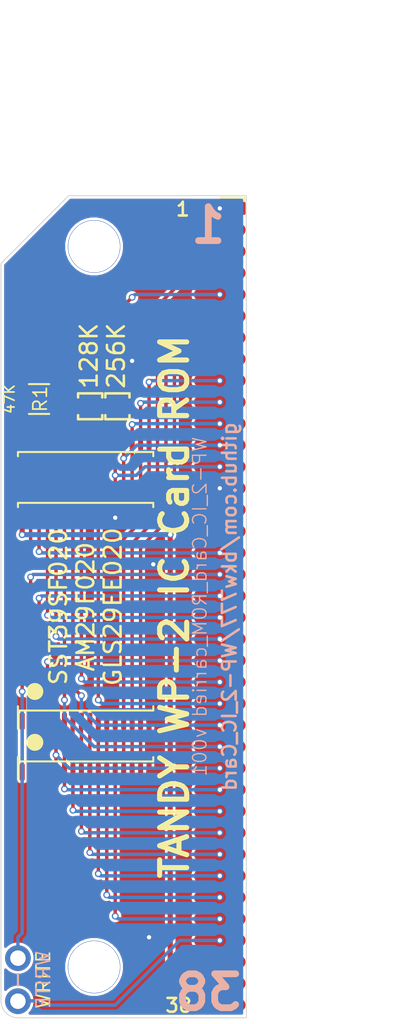
<source format=kicad_pcb>
(kicad_pcb (version 20171130) (host pcbnew 5.1.7-a382d34a8~87~ubuntu20.04.1)

  (general
    (thickness 0.8)
    (drawings 19)
    (tracks 228)
    (zones 0)
    (modules 6)
    (nets 33)
  )

  (page USLetter)
  (title_block
    (title "WP-2 128K RAM IC-Card")
    (date 2020-09-26)
    (company "Brian K. White - b.kenyon.w@gmail.com")
  )

  (layers
    (0 F.Cu signal)
    (31 B.Cu signal)
    (33 F.Adhes user)
    (35 F.Paste user)
    (36 B.SilkS user)
    (37 F.SilkS user)
    (38 B.Mask user)
    (39 F.Mask user)
    (40 Dwgs.User user)
    (41 Cmts.User user hide)
    (42 Eco1.User user hide)
    (43 Eco2.User user hide)
    (44 Edge.Cuts user)
    (45 Margin user hide)
    (46 B.CrtYd user hide)
    (47 F.CrtYd user hide)
    (49 F.Fab user hide)
  )

  (setup
    (last_trace_width 0.254)
    (user_trace_width 0.1524)
    (user_trace_width 0.1778)
    (user_trace_width 0.2032)
    (user_trace_width 0.3048)
    (user_trace_width 0.508)
    (trace_clearance 0.1524)
    (zone_clearance 0.16)
    (zone_45_only no)
    (trace_min 0.1524)
    (via_size 0.4064)
    (via_drill 0.254)
    (via_min_size 0.4064)
    (via_min_drill 0.254)
    (uvia_size 0.4064)
    (uvia_drill 0.254)
    (uvias_allowed no)
    (uvia_min_size 0.4064)
    (uvia_min_drill 0.254)
    (edge_width 0.05)
    (segment_width 0.2)
    (pcb_text_width 0.3)
    (pcb_text_size 1.5 1.5)
    (mod_edge_width 0.12)
    (mod_text_size 1 1)
    (mod_text_width 0.15)
    (pad_size 0.3 1)
    (pad_drill 0)
    (pad_to_mask_clearance 0)
    (aux_axis_origin 158.75 99.695)
    (grid_origin 158.75 99.695)
    (visible_elements FFFFFF7F)
    (pcbplotparams
      (layerselection 0x010f0_ffffffff)
      (usegerberextensions false)
      (usegerberattributes true)
      (usegerberadvancedattributes true)
      (creategerberjobfile true)
      (excludeedgelayer true)
      (linewidth 0.100000)
      (plotframeref false)
      (viasonmask false)
      (mode 1)
      (useauxorigin false)
      (hpglpennumber 1)
      (hpglpenspeed 20)
      (hpglpendiameter 15.000000)
      (psnegative false)
      (psa4output false)
      (plotreference true)
      (plotvalue true)
      (plotinvisibletext false)
      (padsonsilk false)
      (subtractmaskfromsilk false)
      (outputformat 1)
      (mirror false)
      (drillshape 0)
      (scaleselection 1)
      (outputdirectory "GERBER_WP-2_IC_Card_v003_ROM"))
  )

  (net 0 "")
  (net 1 GND)
  (net 2 /~CE1)
  (net 3 /~OE)
  (net 4 /D0)
  (net 5 /D1)
  (net 6 /D2)
  (net 7 /D3)
  (net 8 /D4)
  (net 9 /D5)
  (net 10 /D6)
  (net 11 /D7)
  (net 12 /A16)
  (net 13 /A15)
  (net 14 /A14)
  (net 15 /A13)
  (net 16 /A12)
  (net 17 /A11)
  (net 18 /A10)
  (net 19 /A9)
  (net 20 /A8)
  (net 21 /A7)
  (net 22 /A6)
  (net 23 /A5)
  (net 24 /A4)
  (net 25 /A3)
  (net 26 /A2)
  (net 27 /A1)
  (net 28 /A0)
  (net 29 VDD)
  (net 30 /A17)
  (net 31 /~WE)
  (net 32 /R~W)

  (net_class Default "This is the default net class."
    (clearance 0.1524)
    (trace_width 0.254)
    (via_dia 0.4064)
    (via_drill 0.254)
    (uvia_dia 0.4064)
    (uvia_drill 0.254)
    (diff_pair_width 0.1524)
    (diff_pair_gap 0.2032)
    (add_net /A0)
    (add_net /A1)
    (add_net /A10)
    (add_net /A11)
    (add_net /A12)
    (add_net /A13)
    (add_net /A14)
    (add_net /A15)
    (add_net /A16)
    (add_net /A17)
    (add_net /A2)
    (add_net /A3)
    (add_net /A4)
    (add_net /A5)
    (add_net /A6)
    (add_net /A7)
    (add_net /A8)
    (add_net /A9)
    (add_net /D0)
    (add_net /D1)
    (add_net /D2)
    (add_net /D3)
    (add_net /D4)
    (add_net /D5)
    (add_net /D6)
    (add_net /D7)
    (add_net /R~W)
    (add_net /~CE1)
    (add_net /~OE)
    (add_net /~WE)
    (add_net GND)
    (add_net VDD)
  )

  (module 0_LOCAL:R_0805 (layer F.Cu) (tedit 5F8B5224) (tstamp 5F898D2F)
    (at 146.5 87.445)
    (descr "Resistor SMD 0805, reflow soldering, Vishay (see dcrcw.pdf)")
    (tags "resistor 0805")
    (path /5F8FDC45)
    (attr smd)
    (fp_text reference R1 (at 0.0635 0 90 unlocked) (layer F.SilkS)
      (effects (font (size 0.8 0.8) (thickness 0.1)))
    )
    (fp_text value 47K (at -1.75 0 90) (layer F.SilkS)
      (effects (font (size 0.6 0.6) (thickness 0.1)))
    )
    (fp_line (start -1 0.62) (end -1 -0.62) (layer F.Fab) (width 0.1))
    (fp_line (start 1 0.62) (end -1 0.62) (layer F.Fab) (width 0.1))
    (fp_line (start 1 -0.62) (end 1 0.62) (layer F.Fab) (width 0.1))
    (fp_line (start -1 -0.62) (end 1 -0.62) (layer F.Fab) (width 0.1))
    (fp_line (start 0.6 0.88) (end -0.6 0.88) (layer F.SilkS) (width 0.12))
    (fp_line (start -0.6 -0.88) (end 0.6 -0.88) (layer F.SilkS) (width 0.12))
    (fp_line (start -1.55 -0.9) (end 1.55 -0.9) (layer F.CrtYd) (width 0.05))
    (fp_line (start -1.55 -0.9) (end -1.55 0.9) (layer F.CrtYd) (width 0.05))
    (fp_line (start 1.55 0.9) (end 1.55 -0.9) (layer F.CrtYd) (width 0.05))
    (fp_line (start 1.55 0.9) (end -1.55 0.9) (layer F.CrtYd) (width 0.05))
    (fp_text user %R (at 0 0) (layer F.Fab)
      (effects (font (size 0.5 0.5) (thickness 0.075)))
    )
    (pad 1 smd roundrect (at -0.95 0) (size 0.7 1.3) (layers F.Cu F.Paste F.Mask) (roundrect_rratio 0.1)
      (net 29 VDD))
    (pad 2 smd roundrect (at 0.95 0) (size 0.7 1.3) (layers F.Cu F.Paste F.Mask) (roundrect_rratio 0.1)
      (net 31 /~WE))
    (model ${KIPRJMOD}/3d/R_0805_2012Metric.step
      (at (xyz 0 0 0))
      (scale (xyz 1 1 1))
      (rotate (xyz 0 0 0))
    )
  )

  (module 0_LOCAL:TSOP32-14mm (layer F.Cu) (tedit 5F8D316E) (tstamp 5F898D85)
    (at 149.25 99.695)
    (descr "Module CMS TSOP 32 pins")
    (tags "CMS TSOP")
    (path /5F906116)
    (attr smd)
    (fp_text reference U2 (at -1.905 -0.508 90) (layer F.SilkS) hide
      (effects (font (size 1 1) (thickness 0.15)))
    )
    (fp_text value "FLASH 256Kx8 5v Parallel" (at 1.27 0 90) (layer F.Fab)
      (effects (font (size 1 1) (thickness 0.15)))
    )
    (fp_line (start 4 -6.125) (end 4 -5.875) (layer F.SilkS) (width 0.12))
    (fp_line (start -4 -6.125) (end -4 -5.875) (layer F.SilkS) (width 0.12))
    (fp_line (start 4 6.125) (end 4 5.875) (layer F.SilkS) (width 0.12))
    (fp_line (start -4 7.2) (end -4 5.875) (layer F.SilkS) (width 0.12))
    (fp_line (start 4 -6.125) (end -4 -6.125) (layer F.SilkS) (width 0.12))
    (fp_line (start -4 6.125) (end 4 6.125) (layer F.SilkS) (width 0.12))
    (fp_circle (center -3 5) (end -2.75 5) (layer F.SilkS) (width 0.5))
    (pad 1 smd roundrect (at -3.75 6.75) (size 0.3 1) (layers F.Cu F.Paste F.Mask) (roundrect_rratio 0.25))
    (pad 2 smd roundrect (at -3.25 6.75) (size 0.3 1) (layers F.Cu F.Paste F.Mask) (roundrect_rratio 0.25)
      (net 12 /A16))
    (pad 3 smd roundrect (at -2.75 6.75) (size 0.3 1) (layers F.Cu F.Paste F.Mask) (roundrect_rratio 0.25)
      (net 13 /A15))
    (pad 4 smd roundrect (at -2.25 6.75) (size 0.3 1) (layers F.Cu F.Paste F.Mask) (roundrect_rratio 0.25)
      (net 16 /A12))
    (pad 5 smd roundrect (at -1.75 6.75) (size 0.3 1) (layers F.Cu F.Paste F.Mask) (roundrect_rratio 0.25)
      (net 21 /A7))
    (pad 6 smd roundrect (at -1.25 6.75) (size 0.3 1) (layers F.Cu F.Paste F.Mask) (roundrect_rratio 0.25)
      (net 22 /A6))
    (pad 7 smd roundrect (at -0.75 6.75) (size 0.3 1) (layers F.Cu F.Paste F.Mask) (roundrect_rratio 0.25)
      (net 23 /A5))
    (pad 8 smd roundrect (at -0.25 6.75) (size 0.3 1) (layers F.Cu F.Paste F.Mask) (roundrect_rratio 0.25)
      (net 24 /A4))
    (pad 9 smd roundrect (at 0.25 6.75) (size 0.3 1) (layers F.Cu F.Paste F.Mask) (roundrect_rratio 0.25)
      (net 25 /A3))
    (pad 10 smd roundrect (at 0.75 6.75) (size 0.3 1) (layers F.Cu F.Paste F.Mask) (roundrect_rratio 0.25)
      (net 26 /A2))
    (pad 11 smd roundrect (at 1.25 6.75) (size 0.3 1) (layers F.Cu F.Paste F.Mask) (roundrect_rratio 0.25)
      (net 27 /A1))
    (pad 12 smd roundrect (at 1.75 6.75) (size 0.3 1) (layers F.Cu F.Paste F.Mask) (roundrect_rratio 0.25)
      (net 28 /A0))
    (pad 13 smd roundrect (at 2.25 6.75) (size 0.3 1) (layers F.Cu F.Paste F.Mask) (roundrect_rratio 0.25)
      (net 4 /D0))
    (pad 14 smd roundrect (at 2.75 6.75) (size 0.3 1) (layers F.Cu F.Paste F.Mask) (roundrect_rratio 0.25)
      (net 5 /D1))
    (pad 15 smd roundrect (at 3.25 6.75) (size 0.3 1) (layers F.Cu F.Paste F.Mask) (roundrect_rratio 0.25)
      (net 6 /D2))
    (pad 16 smd roundrect (at 3.75 6.75) (size 0.3 1) (layers F.Cu F.Paste F.Mask) (roundrect_rratio 0.25)
      (net 1 GND))
    (pad 17 smd roundrect (at 3.75 -6.75) (size 0.3 1) (layers F.Cu F.Paste F.Mask) (roundrect_rratio 0.25)
      (net 7 /D3))
    (pad 18 smd roundrect (at 3.25 -6.75) (size 0.3 1) (layers F.Cu F.Paste F.Mask) (roundrect_rratio 0.25)
      (net 8 /D4))
    (pad 19 smd roundrect (at 2.75 -6.75) (size 0.3 1) (layers F.Cu F.Paste F.Mask) (roundrect_rratio 0.25)
      (net 9 /D5))
    (pad 20 smd roundrect (at 2.25 -6.75) (size 0.3 1) (layers F.Cu F.Paste F.Mask) (roundrect_rratio 0.25)
      (net 10 /D6))
    (pad 21 smd roundrect (at 1.75 -6.75) (size 0.3 1) (layers F.Cu F.Paste F.Mask) (roundrect_rratio 0.25)
      (net 11 /D7))
    (pad 22 smd roundrect (at 1.25 -6.75) (size 0.3 1) (layers F.Cu F.Paste F.Mask) (roundrect_rratio 0.25)
      (net 2 /~CE1))
    (pad 23 smd roundrect (at 0.75 -6.75) (size 0.3 1) (layers F.Cu F.Paste F.Mask) (roundrect_rratio 0.25)
      (net 18 /A10))
    (pad 24 smd roundrect (at 0.25 -6.75) (size 0.3 1) (layers F.Cu F.Paste F.Mask) (roundrect_rratio 0.25)
      (net 3 /~OE))
    (pad 25 smd roundrect (at -0.25 -6.75) (size 0.3 1) (layers F.Cu F.Paste F.Mask) (roundrect_rratio 0.25)
      (net 17 /A11))
    (pad 26 smd roundrect (at -0.75 -6.75) (size 0.3 1) (layers F.Cu F.Paste F.Mask) (roundrect_rratio 0.25)
      (net 19 /A9))
    (pad 27 smd roundrect (at -1.25 -6.75) (size 0.3 1) (layers F.Cu F.Paste F.Mask) (roundrect_rratio 0.25)
      (net 20 /A8))
    (pad 28 smd roundrect (at -1.75 -6.75) (size 0.3 1) (layers F.Cu F.Paste F.Mask) (roundrect_rratio 0.25)
      (net 15 /A13))
    (pad 29 smd roundrect (at -2.25 -6.75) (size 0.3 1) (layers F.Cu F.Paste F.Mask) (roundrect_rratio 0.25)
      (net 14 /A14))
    (pad 30 smd roundrect (at -2.75 -6.75) (size 0.3 1) (layers F.Cu F.Paste F.Mask) (roundrect_rratio 0.25)
      (net 30 /A17))
    (pad 31 smd roundrect (at -3.25 -6.75) (size 0.3 1) (layers F.Cu F.Paste F.Mask) (roundrect_rratio 0.25)
      (net 31 /~WE))
    (pad 32 smd roundrect (at -3.75 -6.75) (size 0.3 1) (layers F.Cu F.Paste F.Mask) (roundrect_rratio 0.25)
      (net 29 VDD))
    (model ${KIPRJMOD}/3d/TSOP32_8x14.step
      (at (xyz 0 0 0))
      (scale (xyz 1 1 1))
      (rotate (xyz 0 0 -90))
    )
  )

  (module 0_LOCAL:TSOP32-20mm (layer F.Cu) (tedit 5F8D318C) (tstamp 5F898D5A)
    (at 149.25 99.695)
    (descr "Module CMS TSOP 32 pins")
    (tags "CMS TSOP")
    (path /5FA8764D)
    (attr virtual)
    (fp_text reference U1 (at -1.905 -0.508 90) (layer F.SilkS) hide
      (effects (font (size 1 1) (thickness 0.15)))
    )
    (fp_text value "FLASH 256Kx8 5v Parallel" (at 1.27 0 90) (layer F.Fab)
      (effects (font (size 1 1) (thickness 0.15)))
    )
    (fp_circle (center -3 8) (end -2.75 8) (layer F.SilkS) (width 0.5))
    (fp_line (start -4 9.125) (end 4 9.125) (layer F.SilkS) (width 0.12))
    (fp_line (start 4 -9.125) (end -4 -9.125) (layer F.SilkS) (width 0.12))
    (fp_line (start -4 10.2) (end -4 8.875) (layer F.SilkS) (width 0.12))
    (fp_line (start 4 9.125) (end 4 8.875) (layer F.SilkS) (width 0.12))
    (fp_line (start -4 -9.125) (end -4 -8.875) (layer F.SilkS) (width 0.12))
    (fp_line (start 4 -9.125) (end 4 -8.875) (layer F.SilkS) (width 0.12))
    (pad 1 smd roundrect (at -3.75 9.75) (size 0.3 1) (layers F.Cu F.Paste F.Mask) (roundrect_rratio 0.25))
    (pad 2 smd roundrect (at -3.25 9.75) (size 0.3 1) (layers F.Cu F.Paste F.Mask) (roundrect_rratio 0.25)
      (net 12 /A16))
    (pad 3 smd roundrect (at -2.75 9.75) (size 0.3 1) (layers F.Cu F.Paste F.Mask) (roundrect_rratio 0.25)
      (net 13 /A15))
    (pad 4 smd roundrect (at -2.25 9.75) (size 0.3 1) (layers F.Cu F.Paste F.Mask) (roundrect_rratio 0.25)
      (net 16 /A12))
    (pad 5 smd roundrect (at -1.75 9.75) (size 0.3 1) (layers F.Cu F.Paste F.Mask) (roundrect_rratio 0.25)
      (net 21 /A7))
    (pad 6 smd roundrect (at -1.25 9.75) (size 0.3 1) (layers F.Cu F.Paste F.Mask) (roundrect_rratio 0.25)
      (net 22 /A6))
    (pad 7 smd roundrect (at -0.75 9.75) (size 0.3 1) (layers F.Cu F.Paste F.Mask) (roundrect_rratio 0.25)
      (net 23 /A5))
    (pad 8 smd roundrect (at -0.25 9.75) (size 0.3 1) (layers F.Cu F.Paste F.Mask) (roundrect_rratio 0.25)
      (net 24 /A4))
    (pad 9 smd roundrect (at 0.25 9.75) (size 0.3 1) (layers F.Cu F.Paste F.Mask) (roundrect_rratio 0.25)
      (net 25 /A3))
    (pad 10 smd roundrect (at 0.75 9.75) (size 0.3 1) (layers F.Cu F.Paste F.Mask) (roundrect_rratio 0.25)
      (net 26 /A2))
    (pad 11 smd roundrect (at 1.25 9.75) (size 0.3 1) (layers F.Cu F.Paste F.Mask) (roundrect_rratio 0.25)
      (net 27 /A1))
    (pad 12 smd roundrect (at 1.75 9.75) (size 0.3 1) (layers F.Cu F.Paste F.Mask) (roundrect_rratio 0.25)
      (net 28 /A0))
    (pad 13 smd roundrect (at 2.25 9.75) (size 0.3 1) (layers F.Cu F.Paste F.Mask) (roundrect_rratio 0.25)
      (net 4 /D0))
    (pad 14 smd roundrect (at 2.75 9.75) (size 0.3 1) (layers F.Cu F.Paste F.Mask) (roundrect_rratio 0.25)
      (net 5 /D1))
    (pad 15 smd roundrect (at 3.25 9.75) (size 0.3 1) (layers F.Cu F.Paste F.Mask) (roundrect_rratio 0.25)
      (net 6 /D2))
    (pad 16 smd roundrect (at 3.75 9.75) (size 0.3 1) (layers F.Cu F.Paste F.Mask) (roundrect_rratio 0.25)
      (net 1 GND))
    (pad 17 smd roundrect (at 3.75 -9.75) (size 0.3 1) (layers F.Cu F.Paste F.Mask) (roundrect_rratio 0.25)
      (net 7 /D3))
    (pad 18 smd roundrect (at 3.25 -9.75) (size 0.3 1) (layers F.Cu F.Paste F.Mask) (roundrect_rratio 0.25)
      (net 8 /D4))
    (pad 19 smd roundrect (at 2.75 -9.75) (size 0.3 1) (layers F.Cu F.Paste F.Mask) (roundrect_rratio 0.25)
      (net 9 /D5))
    (pad 20 smd roundrect (at 2.25 -9.75) (size 0.3 1) (layers F.Cu F.Paste F.Mask) (roundrect_rratio 0.25)
      (net 10 /D6))
    (pad 21 smd roundrect (at 1.75 -9.75) (size 0.3 1) (layers F.Cu F.Paste F.Mask) (roundrect_rratio 0.25)
      (net 11 /D7))
    (pad 22 smd roundrect (at 1.25 -9.75) (size 0.3 1) (layers F.Cu F.Paste F.Mask) (roundrect_rratio 0.25)
      (net 2 /~CE1))
    (pad 23 smd roundrect (at 0.75 -9.75) (size 0.3 1) (layers F.Cu F.Paste F.Mask) (roundrect_rratio 0.25)
      (net 18 /A10))
    (pad 24 smd roundrect (at 0.25 -9.75) (size 0.3 1) (layers F.Cu F.Paste F.Mask) (roundrect_rratio 0.25)
      (net 3 /~OE))
    (pad 25 smd roundrect (at -0.25 -9.75) (size 0.3 1) (layers F.Cu F.Paste F.Mask) (roundrect_rratio 0.25)
      (net 17 /A11))
    (pad 26 smd roundrect (at -0.75 -9.75) (size 0.3 1) (layers F.Cu F.Paste F.Mask) (roundrect_rratio 0.25)
      (net 19 /A9))
    (pad 27 smd roundrect (at -1.25 -9.75) (size 0.3 1) (layers F.Cu F.Paste F.Mask) (roundrect_rratio 0.25)
      (net 20 /A8))
    (pad 28 smd roundrect (at -1.75 -9.75) (size 0.3 1) (layers F.Cu F.Paste F.Mask) (roundrect_rratio 0.25)
      (net 15 /A13))
    (pad 29 smd roundrect (at -2.25 -9.75) (size 0.3 1) (layers F.Cu F.Paste F.Mask) (roundrect_rratio 0.25)
      (net 14 /A14))
    (pad 30 smd roundrect (at -2.75 -9.75) (size 0.3 1) (layers F.Cu F.Paste F.Mask) (roundrect_rratio 0.25)
      (net 30 /A17))
    (pad 31 smd roundrect (at -3.25 -9.75) (size 0.3 1) (layers F.Cu F.Paste F.Mask) (roundrect_rratio 0.25)
      (net 31 /~WE))
    (pad 32 smd roundrect (at -3.75 -9.75) (size 0.3 1) (layers F.Cu F.Paste F.Mask) (roundrect_rratio 0.25)
      (net 29 VDD))
    (model ${KIPRJMOD}/3d/TSOP32_8X20.step
      (at (xyz 0 0 0))
      (scale (xyz 1 1 1))
      (rotate (xyz 0 0 -90))
    )
  )

  (module 0_LOCAL:JP2 (layer F.Cu) (tedit 5F8B1E86) (tstamp 5F8B2148)
    (at 145.25 121.695 90)
    (path /5F96166C)
    (fp_text reference JP1 (at 0 1.5 90) (layer F.SilkS) hide
      (effects (font (size 0.8128 0.8128) (thickness 0.0762)))
    )
    (fp_text value WR_EN (at 0 1.5 90) (layer F.SilkS) hide
      (effects (font (size 0.8 0.8) (thickness 0.1)))
    )
    (pad 1 thru_hole circle (at -1.27 0 90) (size 1.524 1.524) (drill 0.9144) (layers *.Cu *.Mask)
      (net 32 /R~W))
    (pad 2 thru_hole circle (at 1.27 0 90) (size 1.524 1.524) (drill 0.9144) (layers *.Cu *.Mask)
      (net 31 /~WE))
  )

  (module 0_LOCAL:WP-2_IC_Card_Carrier_v003 (layer F.Cu) (tedit 5F8936E5) (tstamp 5F885EF4)
    (at 158.75 99.695)
    (attr virtual)
    (fp_text reference Carrier (at 0 -2 270) (layer Dwgs.User) hide
      (effects (font (size 4 4) (thickness 0.12)))
    )
    (fp_text value WP-2_IC_Card_Carrier_v003 (at 0 2 270) (layer F.Fab) hide
      (effects (font (size 4 4) (thickness 0.01)))
    )
    (fp_line (start -14.5 -20.25) (end -10.5 -24.25) (layer Dwgs.User) (width 0.12))
    (fp_line (start -10.5 -24.25) (end 0 -24.25) (layer Dwgs.User) (width 0.12))
    (fp_line (start -14.5 24.25) (end -14.5 -20.25) (layer Dwgs.User) (width 0.12))
    (fp_line (start 0 24.25) (end -14.5 24.25) (layer Dwgs.User) (width 0.12))
    (fp_line (start -9 18.75) (end -12.75 18.75) (layer Dwgs.User) (width 0.12))
    (fp_line (start -6.5 22.5) (end -6.5 21.25) (layer Dwgs.User) (width 0.12))
    (fp_line (start -6.5 -22.5) (end -6.5 -21.25) (layer Dwgs.User) (width 0.12))
    (fp_line (start -12.75 -18.75) (end -9 -18.75) (layer Dwgs.User) (width 0.12))
    (fp_line (start -4 -23.5) (end -5.5 -23.5) (layer Dwgs.User) (width 0.12))
    (fp_line (start 0 24.25) (end 0 -24.25) (layer Dwgs.User) (width 0.12))
    (fp_line (start -5.5 23.5) (end -4 23.5) (layer Dwgs.User) (width 0.12))
    (fp_line (start -13.75 -17.75) (end -13.75 17.75) (layer Dwgs.User) (width 0.12))
    (fp_line (start -3 22.5) (end -3 -22.5) (layer Dwgs.User) (width 0.12))
    (fp_arc (start -4 22.5) (end -4 23.5) (angle -90) (layer Dwgs.User) (width 0.12))
    (fp_arc (start -5.5 22.5) (end -6.5 22.5) (angle -90) (layer Dwgs.User) (width 0.12))
    (fp_arc (start -12.75 17.75) (end -13.75 17.75) (angle -90) (layer Dwgs.User) (width 0.12))
    (fp_arc (start -4 -22.5) (end -3 -22.5) (angle -90) (layer Dwgs.User) (width 0.12))
    (fp_arc (start -5.5 -22.5) (end -5.5 -23.5) (angle -90) (layer Dwgs.User) (width 0.12))
    (fp_arc (start -12.75 -17.75) (end -12.75 -18.75) (angle -90) (layer Dwgs.User) (width 0.12))
    (fp_arc (start -9 -21.25) (end -9 -18.75) (angle -90) (layer Dwgs.User) (width 0.12))
    (fp_arc (start -9 21.25) (end -6.5 21.25) (angle -90) (layer Dwgs.User) (width 0.12))
    (pad "" np_thru_hole circle (at -9 21.25 180) (size 3.1 3.1) (drill 3.05) (layers *.Cu *.Mask))
    (pad "" np_thru_hole circle (at -9 -21.25 180) (size 3.1 3.1) (drill 3.05) (layers *.Cu *.Mask))
    (model /home/bkw/src/WP-2_IC_Card/Carrier/WP-2_IC_Card_Carrier_v003.step
      (offset (xyz 0 0 1.8))
      (scale (xyz 1 1 1))
      (rotate (xyz 0 180 -90))
    )
  )

  (module 0_LOCAL:PinSocket_1x38x1.27_edge_s (layer F.Cu) (tedit 5F7C31EE) (tstamp 5F74043C)
    (at 158.75 99.695)
    (descr "Through hole straight socket strip, 1x38, 1.27mm pitch, single row")
    (tags "Through hole socket strip THT 1x38 1.27mm single row")
    (path /5F6EF0A3)
    (attr smd)
    (fp_text reference J1 (at -2.8956 4.4196 -90) (layer F.SilkS) hide
      (effects (font (size 1 1) (thickness 0.15)))
    )
    (fp_text value Conn_01x38_Female (at -2.921 23.114 -90) (layer F.Fab)
      (effects (font (size 1 1) (thickness 0.15)))
    )
    (fp_line (start 0 24.13) (end 0 -24.13) (layer F.Fab) (width 0.08))
    (fp_line (start 4.3815 24.13) (end 0 24.13) (layer F.Fab) (width 0.08))
    (fp_line (start 4.3815 -24.13) (end 4.3815 24.13) (layer F.Fab) (width 0.08))
    (fp_line (start 0 -24.13) (end 4.3815 -24.13) (layer F.Fab) (width 0.08))
    (fp_line (start 7.9375 -25.4) (end 7.9375 -26.035) (layer F.Fab) (width 0.08))
    (fp_line (start 8.255 -24.257) (end 8.0645 -24.4475) (layer F.Fab) (width 0.08))
    (fp_line (start 7.62 -25.4) (end 8.255 -25.4) (layer F.Fab) (width 0.08))
    (fp_line (start 8.255 -24.257) (end 8.4455 -24.4475) (layer F.Fab) (width 0.08))
    (fp_line (start 8.255 -25.4) (end 7.9375 -25.4) (layer F.Fab) (width 0.08))
    (fp_line (start 8.255 -24.257) (end 8.255 -25.4) (layer F.Fab) (width 0.08))
    (fp_line (start 7.62 -18.8595) (end 7.62 -25.4) (layer F.Fab) (width 0.08))
    (fp_line (start 7.62 -18.8595) (end 7.4295 -19.05) (layer F.Fab) (width 0.08))
    (fp_line (start 7.62 -18.8595) (end 7.8105 -19.05) (layer F.Fab) (width 0.08))
    (fp_line (start 4.064 -25.4) (end 4.064 -26.035) (layer F.Fab) (width 0.08))
    (fp_line (start 4.3815 -25.4) (end 4.064 -25.4) (layer F.Fab) (width 0.08))
    (fp_line (start 3.7465 -25.4) (end 4.3815 -25.4) (layer F.Fab) (width 0.08))
    (fp_line (start 4.3815 -24.257) (end 4.3815 -25.4) (layer F.Fab) (width 0.08))
    (fp_line (start 4.3815 -24.257) (end 4.191 -24.4475) (layer F.Fab) (width 0.08))
    (fp_line (start 4.3815 -24.257) (end 4.572 -24.4475) (layer F.Fab) (width 0.08))
    (fp_line (start 3.7465 -22.6695) (end 3.937 -22.86) (layer F.Fab) (width 0.08))
    (fp_line (start 3.7465 -22.6695) (end 3.556 -22.86) (layer F.Fab) (width 0.08))
    (fp_line (start 3.7465 -22.6695) (end 3.7465 -25.4) (layer F.Fab) (width 0.08))
    (fp_line (start 8.636 -18.0975) (end 8.636 -18.7325) (layer F.Fab) (width 0.08))
    (fp_line (start 2.6035 -18.288) (end 2.6035 -18.542) (layer F.Fab) (width 0.08))
    (fp_line (start 2.794 -18.0975) (end 8.636 -18.0975) (layer F.Fab) (width 0.08))
    (fp_line (start 2.794 -18.7325) (end 2.6035 -18.542) (layer F.Fab) (width 0.08))
    (fp_line (start 2.794 -18.7325) (end 8.636 -18.7325) (layer F.Fab) (width 0.08))
    (fp_line (start 2.794 -18.0975) (end 2.6035 -18.288) (layer F.Fab) (width 0.08))
    (fp_line (start 6.0325 -22.5425) (end 6.0325 -21.9075) (layer F.Fab) (width 0.08))
    (fp_line (start 0 -22.352) (end 0 -22.098) (layer F.Fab) (width 0.08))
    (fp_line (start 0.1905 -22.5425) (end 0 -22.352) (layer F.Fab) (width 0.08))
    (fp_line (start 0.1905 -21.9075) (end 0 -22.098) (layer F.Fab) (width 0.08))
    (fp_line (start 0.1905 -21.9075) (end 6.0325 -21.9075) (layer F.Fab) (width 0.08))
    (fp_line (start 0.1905 -22.5425) (end 6.0325 -22.5425) (layer F.Fab) (width 0.08))
    (fp_line (start 8.509 24.13) (end 5.08 24.13) (layer F.Fab) (width 0.08))
    (fp_line (start 8.509 -24.13) (end 8.509 24.13) (layer F.Fab) (width 0.08))
    (fp_line (start 5.08 -24.13) (end 8.509 -24.13) (layer F.Fab) (width 0.08))
    (fp_line (start -0.127 -24.13) (end -0.127 -23.9395) (layer F.SilkS) (width 0.12))
    (fp_line (start -1.524 -24.13) (end -0.127 -24.13) (layer F.SilkS) (width 0.12))
    (fp_text user "pins 6.0mm" (at 9.8425 -20.574 -90) (layer F.Fab)
      (effects (font (size 0.5 0.5) (thickness 0.05)))
    )
    (fp_text user "Height 8.5mm, Bottom 2.5mm" (at 7.112 -30.0355 -90) (layer F.Fab)
      (effects (font (size 0.5 0.5) (thickness 0.05)))
    )
    (fp_text user "samtec header" (at 8.001 -28.956 -90) (layer F.Fab)
      (effects (font (size 0.5 0.5) (thickness 0.05)))
    )
    (fp_text user "Height 4.4mm, Bottom 0mm" (at 3.2385 -29.718 -90) (layer F.Fab)
      (effects (font (size 0.5 0.5) (thickness 0.05)))
    )
    (fp_text user "generic header" (at 4.1275 -28.956 -90) (layer F.Fab)
      (effects (font (size 0.5 0.5) (thickness 0.05)))
    )
    (fp_text user %R (at 0 -1.695) (layer F.Fab) hide
      (effects (font (size 1 1) (thickness 0.15)))
    )
    (pad 1 smd roundrect (at -1.57 -23.495) (size 3.048 0.762) (layers F.Cu F.Paste F.Mask) (roundrect_rratio 0.1)
      (net 1 GND))
    (pad 2 smd oval (at -1.57 -22.225) (size 3.048 0.762) (layers F.Cu F.Paste F.Mask))
    (pad 3 smd oval (at -1.57 -20.955) (size 3.048 0.762) (layers F.Cu F.Paste F.Mask))
    (pad 4 smd oval (at -1.57 -19.685) (size 3.048 0.762) (layers F.Cu F.Paste F.Mask)
      (net 2 /~CE1))
    (pad 5 smd oval (at -1.57 -18.415) (size 3.048 0.762) (layers F.Cu F.Paste F.Mask)
      (net 3 /~OE))
    (pad 6 smd oval (at -1.57 -17.145) (size 3.048 0.762) (layers F.Cu F.Paste F.Mask)
      (net 4 /D0))
    (pad 7 smd oval (at -1.57 -15.875) (size 3.048 0.762) (layers F.Cu F.Paste F.Mask)
      (net 5 /D1))
    (pad 8 smd oval (at -1.57 -14.605) (size 3.048 0.762) (layers F.Cu F.Paste F.Mask)
      (net 6 /D2))
    (pad 9 smd oval (at -1.57 -13.335) (size 3.048 0.762) (layers F.Cu F.Paste F.Mask)
      (net 7 /D3))
    (pad 10 smd oval (at -1.57 -12.065) (size 3.048 0.762) (layers F.Cu F.Paste F.Mask)
      (net 8 /D4))
    (pad 11 smd oval (at -1.57 -10.795) (size 3.048 0.762) (layers F.Cu F.Paste F.Mask)
      (net 9 /D5))
    (pad 12 smd oval (at -1.57 -9.525) (size 3.048 0.762) (layers F.Cu F.Paste F.Mask)
      (net 10 /D6))
    (pad 13 smd oval (at -1.57 -8.255) (size 3.048 0.762) (layers F.Cu F.Paste F.Mask)
      (net 11 /D7))
    (pad 14 smd oval (at -1.57 -6.985) (size 3.048 0.762) (layers F.Cu F.Paste F.Mask)
      (net 1 GND))
    (pad 15 smd oval (at -1.57 -5.715) (size 3.048 0.762) (layers F.Cu F.Paste F.Mask))
    (pad 16 smd oval (at -1.57 -4.445) (size 3.048 0.762) (layers F.Cu F.Paste F.Mask))
    (pad 17 smd oval (at -1.57 -3.175) (size 3.048 0.762) (layers F.Cu F.Paste F.Mask)
      (net 30 /A17))
    (pad 18 smd oval (at -1.57 -1.905) (size 3.048 0.762) (layers F.Cu F.Paste F.Mask)
      (net 12 /A16))
    (pad 19 smd oval (at -1.57 -0.635) (size 3.048 0.762) (layers F.Cu F.Paste F.Mask)
      (net 13 /A15))
    (pad 20 smd oval (at -1.57 0.635) (size 3.048 0.762) (layers F.Cu F.Paste F.Mask)
      (net 14 /A14))
    (pad 21 smd oval (at -1.57 1.905) (size 3.048 0.762) (layers F.Cu F.Paste F.Mask)
      (net 15 /A13))
    (pad 22 smd oval (at -1.57 3.175) (size 3.048 0.762) (layers F.Cu F.Paste F.Mask)
      (net 16 /A12))
    (pad 23 smd oval (at -1.57 4.445) (size 3.048 0.762) (layers F.Cu F.Paste F.Mask)
      (net 17 /A11))
    (pad 24 smd oval (at -1.57 5.715) (size 3.048 0.762) (layers F.Cu F.Paste F.Mask)
      (net 18 /A10))
    (pad 25 smd oval (at -1.57 6.985) (size 3.048 0.762) (layers F.Cu F.Paste F.Mask)
      (net 19 /A9))
    (pad 26 smd oval (at -1.57 8.255) (size 3.048 0.762) (layers F.Cu F.Paste F.Mask)
      (net 20 /A8))
    (pad 27 smd oval (at -1.57 9.525) (size 3.048 0.762) (layers F.Cu F.Paste F.Mask)
      (net 21 /A7))
    (pad 28 smd oval (at -1.57 10.795) (size 3.048 0.762) (layers F.Cu F.Paste F.Mask)
      (net 22 /A6))
    (pad 29 smd oval (at -1.57 12.065) (size 3.048 0.762) (layers F.Cu F.Paste F.Mask)
      (net 23 /A5))
    (pad 30 smd oval (at -1.57 13.335) (size 3.048 0.762) (layers F.Cu F.Paste F.Mask)
      (net 24 /A4))
    (pad 31 smd oval (at -1.57 14.605) (size 3.048 0.762) (layers F.Cu F.Paste F.Mask)
      (net 25 /A3))
    (pad 32 smd oval (at -1.57 15.875) (size 3.048 0.762) (layers F.Cu F.Paste F.Mask)
      (net 26 /A2))
    (pad 33 smd oval (at -1.57 17.145) (size 3.048 0.762) (layers F.Cu F.Paste F.Mask)
      (net 27 /A1))
    (pad 34 smd oval (at -1.57 18.415) (size 3.048 0.762) (layers F.Cu F.Paste F.Mask)
      (net 28 /A0))
    (pad 35 smd oval (at -1.57 19.685) (size 3.048 0.762) (layers F.Cu F.Paste F.Mask)
      (net 32 /R~W))
    (pad 36 smd oval (at -1.57 20.955) (size 3.048 0.762) (layers F.Cu F.Paste F.Mask))
    (pad 37 smd oval (at -1.57 22.225) (size 3.048 0.762) (layers F.Cu F.Paste F.Mask))
    (pad 38 smd oval (at -1.57 23.495) (size 3.048 0.762) (layers F.Cu F.Paste F.Mask)
      (net 29 VDD))
    (model ${KIPRJMOD}/3d/PinSocket_1x38_P1.27mm_Vertical.step_x
      (offset (xyz 0 23.495 0.1))
      (scale (xyz 1 1 1))
      (rotate (xyz 0 -90 0))
    )
    (model ${KIPRJMOD}/3d/SMS-138-01-x-x.step
      (offset (xyz 0 0 0.25))
      (scale (xyz 1 1 1))
      (rotate (xyz 0 0 90))
    )
  )

  (gr_text 1 (at 156.5 77.195) (layer B.SilkS) (tstamp 5F8D1C95)
    (effects (font (size 2 2) (thickness 0.4)) (justify mirror))
  )
  (gr_text 38 (at 156.5 122.445) (layer B.SilkS)
    (effects (font (size 2 2) (thickness 0.4)) (justify mirror))
  )
  (gr_text "SST39SF020\nAM29F020\nGLS29EE020" (at 149.25 99.695 90) (layer F.SilkS)
    (effects (font (size 1 1) (thickness 0.15)))
  )
  (gr_line (start 145.25 122.045) (end 145.25 121.345) (layer F.SilkS) (width 0.12) (tstamp 5F8B2E1F))
  (gr_text WRITE (at 146.75 121.695 90) (layer F.SilkS) (tstamp 5F8B2D20)
    (effects (font (size 0.8 0.8) (thickness 0.1)))
  )
  (gr_line (start 145.25 121.345) (end 145.25 122.045) (layer B.SilkS) (width 0.12))
  (gr_text WRITE (at 146.75 121.695 -270) (layer B.SilkS)
    (effects (font (size 0.8 0.8) (thickness 0.1)) (justify mirror))
  )
  (gr_text "[ ]128K\n[ ]256K" (at 150.25 85.945 90) (layer F.SilkS)
    (effects (font (size 1 1) (thickness 0.15)))
  )
  (gr_text "TANDY WP-2 IC Card ROM" (at 154.5 99.695 90) (layer F.SilkS)
    (effects (font (size 1.6 1.6) (thickness 0.3)))
  )
  (gr_arc (start 145.25 122.945) (end 144.25 122.945) (angle -90) (layer Edge.Cuts) (width 0.05))
  (gr_line (start 144.25 79.445) (end 148.25 75.445) (layer Edge.Cuts) (width 0.05))
  (gr_line (start 158.75 123.945) (end 158.75 75.445) (layer Edge.Cuts) (width 0.05) (tstamp 5F759583))
  (gr_line (start 145.25 123.945) (end 158.75 123.945) (layer Edge.Cuts) (width 0.05))
  (gr_line (start 144.25 79.445) (end 144.25 122.945) (layer Edge.Cuts) (width 0.05))
  (gr_line (start 158.75 75.445) (end 148.25 75.445) (layer Edge.Cuts) (width 0.05))
  (gr_text "WP-2_IC_Card_ROM_carried v001" (at 156 99.695 -270) (layer B.SilkS)
    (effects (font (size 0.8 0.8) (thickness 0.08)) (justify mirror))
  )
  (gr_text 38 (at 154.75 123.2154) (layer F.SilkS) (tstamp 5F712A00)
    (effects (font (size 0.8128 0.8128) (thickness 0.1524)))
  )
  (gr_text 1 (at 154.9948 76.2508) (layer F.SilkS) (tstamp 5F7129FD)
    (effects (font (size 0.8128 0.8128) (thickness 0.1524)))
  )
  (gr_text github.com/bkw777/WP-2_IC_Card (at 157.75 99.695 -270) (layer B.SilkS) (tstamp 5F7129FA)
    (effects (font (size 0.8128 0.8128) (thickness 0.1524)) (justify mirror))
  )

  (segment (start 145.5 109.445) (end 145.5 106.445) (width 0.2032) (layer F.Cu) (net 0))
  (via (at 157.18 92.71) (size 0.4064) (drill 0.254) (layers F.Cu B.Cu) (net 1))
  (via (at 157.18 76.2) (size 0.4064) (drill 0.254) (layers F.Cu B.Cu) (net 1))
  (via (at 153.25 97.195) (size 0.4064) (drill 0.254) (layers F.Cu B.Cu) (net 1))
  (via (at 152 85.195) (size 0.4064) (drill 0.254) (layers F.Cu B.Cu) (net 1))
  (via (at 151 94.445) (size 0.4064) (drill 0.254) (layers F.Cu B.Cu) (net 1))
  (via (at 153 119.195) (size 0.4064) (drill 0.254) (layers F.Cu B.Cu) (net 1))
  (segment (start 150.5 92.945) (end 150.5 89.945) (width 0.2032) (layer F.Cu) (net 2))
  (segment (start 155.435 80.01) (end 157.18 80.01) (width 0.2032) (layer F.Cu) (net 2))
  (segment (start 150.5 84.945) (end 155.435 80.01) (width 0.2032) (layer F.Cu) (net 2))
  (segment (start 150.5 89.945) (end 150.5 84.945) (width 0.2032) (layer F.Cu) (net 2))
  (via (at 157.18 81.28) (size 0.4064) (drill 0.254) (layers F.Cu B.Cu) (net 3))
  (segment (start 149.5 92.945) (end 149.5 89.945) (width 0.2032) (layer F.Cu) (net 3))
  (segment (start 152.165 81.28) (end 157.18 81.28) (width 0.2032) (layer B.Cu) (net 3))
  (segment (start 152 81.445) (end 152.165 81.28) (width 0.2032) (layer B.Cu) (net 3))
  (via (at 152 81.445) (size 0.4064) (drill 0.254) (layers F.Cu B.Cu) (net 3))
  (segment (start 149.5 83.945) (end 149.5 89.945) (width 0.2032) (layer F.Cu) (net 3))
  (segment (start 152 81.445) (end 149.5 83.945) (width 0.2032) (layer F.Cu) (net 3))
  (segment (start 151.5 109.445) (end 151.5 106.445) (width 0.2032) (layer F.Cu) (net 4))
  (segment (start 155.395 82.55) (end 157.18 82.55) (width 0.2032) (layer F.Cu) (net 4))
  (segment (start 153.5 84.445) (end 155.395 82.55) (width 0.2032) (layer F.Cu) (net 4))
  (segment (start 153.5 93.695) (end 153.5 84.445) (width 0.2032) (layer F.Cu) (net 4))
  (segment (start 151.5 95.695) (end 153.5 93.695) (width 0.2032) (layer F.Cu) (net 4))
  (segment (start 151.5 106.445) (end 151.5 95.695) (width 0.2032) (layer F.Cu) (net 4))
  (segment (start 152 109.445) (end 152 106.445) (width 0.2032) (layer F.Cu) (net 5))
  (segment (start 155.125 83.82) (end 157.18 83.82) (width 0.2032) (layer F.Cu) (net 5))
  (segment (start 154 84.945) (end 155.125 83.82) (width 0.2032) (layer F.Cu) (net 5))
  (segment (start 154 93.945) (end 154 84.945) (width 0.2032) (layer F.Cu) (net 5))
  (segment (start 152 95.945) (end 154 93.945) (width 0.2032) (layer F.Cu) (net 5))
  (segment (start 152 106.445) (end 152 95.945) (width 0.2032) (layer F.Cu) (net 5))
  (segment (start 152.5 109.445) (end 152.5 106.445) (width 0.2032) (layer F.Cu) (net 6))
  (segment (start 154.5 85.445) (end 154.855 85.09) (width 0.2032) (layer F.Cu) (net 6))
  (segment (start 154.855 85.09) (end 157.18 85.09) (width 0.2032) (layer F.Cu) (net 6))
  (segment (start 154.5 94.195) (end 154.5 85.445) (width 0.2032) (layer F.Cu) (net 6))
  (segment (start 152.5 96.195) (end 154.5 94.195) (width 0.2032) (layer F.Cu) (net 6))
  (segment (start 152.5 106.445) (end 152.5 96.195) (width 0.2032) (layer F.Cu) (net 6))
  (via (at 157.18 86.36) (size 0.4064) (drill 0.254) (layers F.Cu B.Cu) (net 7))
  (segment (start 153 92.945) (end 153 89.945) (width 0.2032) (layer F.Cu) (net 7))
  (segment (start 157.18 86.36) (end 153.085 86.36) (width 0.2032) (layer B.Cu) (net 7))
  (segment (start 153.085 86.36) (end 153 86.445) (width 0.2032) (layer B.Cu) (net 7))
  (segment (start 153 86.445) (end 153 86.445) (width 0.2032) (layer B.Cu) (net 7) (tstamp 5F89C3FA))
  (via (at 153 86.445) (size 0.4064) (drill 0.254) (layers F.Cu B.Cu) (net 7))
  (segment (start 153 89.945) (end 153 86.445) (width 0.2032) (layer F.Cu) (net 7))
  (via (at 157.18 87.63) (size 0.4064) (drill 0.254) (layers F.Cu B.Cu) (net 8))
  (segment (start 152.5 92.945) (end 152.5 89.945) (width 0.2032) (layer F.Cu) (net 8))
  (segment (start 157.18 87.63) (end 152.565 87.63) (width 0.2032) (layer B.Cu) (net 8))
  (segment (start 152.565 87.63) (end 152.5 87.695) (width 0.2032) (layer B.Cu) (net 8))
  (segment (start 152.5 87.695) (end 152.5 87.695) (width 0.2032) (layer B.Cu) (net 8) (tstamp 5F89C376))
  (via (at 152.5 87.695) (size 0.4064) (drill 0.254) (layers F.Cu B.Cu) (net 8))
  (segment (start 152.5 89.945) (end 152.5 87.695) (width 0.2032) (layer F.Cu) (net 8))
  (via (at 157.18 88.9) (size 0.4064) (drill 0.254) (layers F.Cu B.Cu) (net 9))
  (segment (start 152 92.945) (end 152 89.945) (width 0.2032) (layer F.Cu) (net 9))
  (segment (start 157.18 88.9) (end 152.045 88.9) (width 0.2032) (layer B.Cu) (net 9))
  (segment (start 152.045 88.9) (end 152 88.945) (width 0.2032) (layer B.Cu) (net 9))
  (segment (start 152 88.945) (end 152 88.945) (width 0.2032) (layer B.Cu) (net 9) (tstamp 5F89C270))
  (via (at 152 88.945) (size 0.4064) (drill 0.254) (layers F.Cu B.Cu) (net 9))
  (segment (start 152 89.945) (end 152 88.945) (width 0.2032) (layer F.Cu) (net 9))
  (via (at 157.18 90.17) (size 0.4064) (drill 0.254) (layers F.Cu B.Cu) (net 10))
  (segment (start 151.5 92.945) (end 151.5 89.945) (width 0.2032) (layer F.Cu) (net 10))
  (segment (start 157.18 90.17) (end 152.275 90.17) (width 0.2032) (layer B.Cu) (net 10))
  (segment (start 152.275 90.17) (end 151.5 90.945) (width 0.2032) (layer B.Cu) (net 10))
  (segment (start 151.5 90.945) (end 151.5 90.945) (width 0.2032) (layer B.Cu) (net 10) (tstamp 5F89C1AA))
  (via (at 151.5 90.945) (size 0.4064) (drill 0.254) (layers F.Cu B.Cu) (net 10))
  (via (at 157.18 91.44) (size 0.4064) (drill 0.254) (layers F.Cu B.Cu) (net 11))
  (segment (start 151 92.945) (end 151 91.945) (width 0.2032) (layer F.Cu) (net 11))
  (segment (start 151 91.945) (end 151 89.945) (width 0.2032) (layer F.Cu) (net 11) (tstamp 5F89C0E4))
  (via (at 151 91.945) (size 0.4064) (drill 0.254) (layers F.Cu B.Cu) (net 11))
  (segment (start 152.25 91.945) (end 151 91.945) (width 0.2032) (layer B.Cu) (net 11))
  (segment (start 152.755 91.44) (end 152.25 91.945) (width 0.2032) (layer B.Cu) (net 11))
  (segment (start 157.18 91.44) (end 152.755 91.44) (width 0.2032) (layer B.Cu) (net 11))
  (segment (start 157.23 97.79) (end 157.23 97.79) (width 0.254) (layer F.Cu) (net 12) (tstamp 5F712BA1))
  (via (at 157.18 97.79) (size 0.4064) (drill 0.254) (layers F.Cu B.Cu) (net 12))
  (segment (start 146 109.445) (end 146 106.445) (width 0.2032) (layer F.Cu) (net 12))
  (segment (start 157.18 97.79) (end 146.155 97.79) (width 0.2032) (layer B.Cu) (net 12))
  (segment (start 146.155 97.79) (end 146 97.945) (width 0.2032) (layer B.Cu) (net 12))
  (segment (start 146 97.945) (end 146 97.945) (width 0.2032) (layer B.Cu) (net 12) (tstamp 5F89CA04))
  (via (at 146 97.945) (size 0.4064) (drill 0.254) (layers F.Cu B.Cu) (net 12))
  (segment (start 146 106.445) (end 146 97.945) (width 0.2032) (layer F.Cu) (net 12))
  (via (at 157.18 99.06) (size 0.4064) (drill 0.254) (layers F.Cu B.Cu) (net 13))
  (segment (start 146.5 109.445) (end 146.5 106.445) (width 0.2032) (layer F.Cu) (net 13))
  (segment (start 157.18 99.06) (end 146.635 99.06) (width 0.2032) (layer B.Cu) (net 13))
  (segment (start 146.635 99.06) (end 146.5 99.195) (width 0.2032) (layer B.Cu) (net 13))
  (segment (start 146.5 99.195) (end 146.5 99.195) (width 0.2032) (layer B.Cu) (net 13) (tstamp 5F89CAC9))
  (via (at 146.5 99.195) (size 0.4064) (drill 0.254) (layers F.Cu B.Cu) (net 13))
  (segment (start 146.5 106.445) (end 146.5 99.195) (width 0.2032) (layer F.Cu) (net 13))
  (segment (start 157.23 100.33) (end 157.23 100.33) (width 0.254) (layer F.Cu) (net 14) (tstamp 5F712AC9))
  (via (at 157.18 100.33) (size 0.4064) (drill 0.254) (layers F.Cu B.Cu) (net 14))
  (segment (start 147 92.945) (end 147 89.945) (width 0.2032) (layer F.Cu) (net 14))
  (segment (start 157.18 100.33) (end 147.135 100.33) (width 0.2032) (layer B.Cu) (net 14))
  (segment (start 147.135 100.33) (end 147 100.195) (width 0.2032) (layer B.Cu) (net 14))
  (segment (start 147 100.195) (end 147 100.195) (width 0.2032) (layer B.Cu) (net 14) (tstamp 5F89CB4D))
  (via (at 147 100.195) (size 0.4064) (drill 0.254) (layers F.Cu B.Cu) (net 14))
  (segment (start 147 92.945) (end 147 100.195) (width 0.2032) (layer F.Cu) (net 14))
  (via (at 157.18 101.6) (size 0.4064) (drill 0.254) (layers F.Cu B.Cu) (net 15))
  (segment (start 147.5 92.945) (end 147.5 89.945) (width 0.2032) (layer F.Cu) (net 15))
  (segment (start 157.18 101.6) (end 147.655 101.6) (width 0.2032) (layer B.Cu) (net 15))
  (segment (start 147.655 101.6) (end 147.5 101.445) (width 0.2032) (layer B.Cu) (net 15))
  (segment (start 147.5 101.445) (end 147.5 101.445) (width 0.2032) (layer B.Cu) (net 15) (tstamp 5F89CBD1))
  (via (at 147.5 101.445) (size 0.4064) (drill 0.254) (layers F.Cu B.Cu) (net 15))
  (segment (start 147.5 92.945) (end 147.5 101.445) (width 0.2032) (layer F.Cu) (net 15))
  (via (at 157.18 102.87) (size 0.4064) (drill 0.254) (layers F.Cu B.Cu) (net 16))
  (segment (start 147 109.445) (end 147 106.445) (width 0.2032) (layer F.Cu) (net 16))
  (segment (start 157.18 102.87) (end 147.075 102.87) (width 0.2032) (layer B.Cu) (net 16))
  (segment (start 147.075 102.87) (end 147 102.945) (width 0.2032) (layer B.Cu) (net 16))
  (segment (start 147 102.945) (end 147 102.945) (width 0.2032) (layer B.Cu) (net 16) (tstamp 5F89CC55))
  (via (at 147 102.945) (size 0.4064) (drill 0.254) (layers F.Cu B.Cu) (net 16))
  (segment (start 147 106.445) (end 147 102.945) (width 0.2032) (layer F.Cu) (net 16))
  (via (at 157.18 104.14) (size 0.4064) (drill 0.254) (layers F.Cu B.Cu) (net 17))
  (segment (start 149 92.945) (end 149 89.945) (width 0.2032) (layer F.Cu) (net 17))
  (segment (start 157.18 104.14) (end 149.195 104.14) (width 0.2032) (layer B.Cu) (net 17))
  (segment (start 149.195 104.14) (end 149 103.945) (width 0.2032) (layer B.Cu) (net 17))
  (segment (start 149 103.945) (end 149 103.945) (width 0.2032) (layer B.Cu) (net 17) (tstamp 5F89CD1A))
  (via (at 149 103.945) (size 0.4064) (drill 0.254) (layers F.Cu B.Cu) (net 17))
  (segment (start 149 92.945) (end 149 103.945) (width 0.2032) (layer F.Cu) (net 17))
  (via (at 157.18 105.41) (size 0.4064) (drill 0.254) (layers F.Cu B.Cu) (net 18))
  (segment (start 150 92.945) (end 150 89.945) (width 0.2032) (layer F.Cu) (net 18))
  (segment (start 157.18 105.41) (end 150.215 105.41) (width 0.2032) (layer B.Cu) (net 18))
  (segment (start 150.215 105.41) (end 150 105.195) (width 0.2032) (layer B.Cu) (net 18))
  (segment (start 150 105.195) (end 150 105.195) (width 0.2032) (layer B.Cu) (net 18) (tstamp 5F89CD9E))
  (via (at 150 105.195) (size 0.4064) (drill 0.254) (layers F.Cu B.Cu) (net 18))
  (segment (start 150 92.945) (end 150 105.195) (width 0.2032) (layer F.Cu) (net 18))
  (via (at 157.18 106.68) (size 0.4064) (drill 0.254) (layers F.Cu B.Cu) (net 19))
  (segment (start 148.5 92.945) (end 148.5 89.945) (width 0.2032) (layer F.Cu) (net 19))
  (segment (start 148.5 104.445) (end 149 104.945) (width 0.2032) (layer F.Cu) (net 19))
  (segment (start 148.5 92.945) (end 148.5 104.445) (width 0.2032) (layer F.Cu) (net 19))
  (via (at 149 104.945) (size 0.4064) (drill 0.254) (layers F.Cu B.Cu) (net 19))
  (segment (start 149.985 106.68) (end 157.18 106.68) (width 0.2032) (layer B.Cu) (net 19))
  (segment (start 149 105.695) (end 149.985 106.68) (width 0.2032) (layer B.Cu) (net 19))
  (segment (start 149 104.945) (end 149 105.695) (width 0.2032) (layer B.Cu) (net 19))
  (via (at 157.18 107.95) (size 0.4064) (drill 0.254) (layers F.Cu B.Cu) (net 20))
  (segment (start 148 92.945) (end 148 89.945) (width 0.2032) (layer F.Cu) (net 20))
  (segment (start 149.755 107.95) (end 157.18 107.95) (width 0.2032) (layer B.Cu) (net 20))
  (segment (start 148 106.195) (end 149.755 107.95) (width 0.2032) (layer B.Cu) (net 20))
  (segment (start 148 105.195) (end 148 106.195) (width 0.2032) (layer B.Cu) (net 20))
  (segment (start 148 92.945) (end 148 105.195) (width 0.2032) (layer F.Cu) (net 20))
  (via (at 148 105.195) (size 0.4064) (drill 0.254) (layers F.Cu B.Cu) (net 20))
  (via (at 157.18 109.22) (size 0.4064) (drill 0.254) (layers F.Cu B.Cu) (net 21))
  (segment (start 147.5 109.445) (end 147.5 106.445) (width 0.2032) (layer F.Cu) (net 21))
  (segment (start 157.18 109.22) (end 148.275 109.22) (width 0.2032) (layer B.Cu) (net 21))
  (segment (start 148.275 109.22) (end 147.5 108.445) (width 0.2032) (layer B.Cu) (net 21))
  (segment (start 147.5 108.445) (end 147.5 108.445) (width 0.2032) (layer B.Cu) (net 21) (tstamp 5F89A5D4))
  (via (at 147.5 108.445) (size 0.4064) (drill 0.254) (layers F.Cu B.Cu) (net 21))
  (via (at 157.18 110.49) (size 0.4064) (drill 0.254) (layers F.Cu B.Cu) (net 22))
  (segment (start 148 109.445) (end 148 106.445) (width 0.2032) (layer F.Cu) (net 22))
  (segment (start 148 109.445) (end 148 110.445) (width 0.2032) (layer F.Cu) (net 22))
  (segment (start 148.045 110.49) (end 157.18 110.49) (width 0.2032) (layer B.Cu) (net 22))
  (segment (start 148 110.445) (end 148.045 110.49) (width 0.2032) (layer B.Cu) (net 22))
  (via (at 148 110.445) (size 0.4064) (drill 0.254) (layers F.Cu B.Cu) (net 22))
  (via (at 157.18 111.76) (size 0.4064) (drill 0.254) (layers F.Cu B.Cu) (net 23))
  (segment (start 148.5 109.445) (end 148.5 106.445) (width 0.2032) (layer F.Cu) (net 23))
  (segment (start 157.18 111.76) (end 148.565 111.76) (width 0.2032) (layer B.Cu) (net 23))
  (segment (start 148.565 111.76) (end 148.5 111.695) (width 0.2032) (layer B.Cu) (net 23))
  (segment (start 148.5 111.695) (end 148.5 111.695) (width 0.2032) (layer B.Cu) (net 23) (tstamp 5F89A286))
  (via (at 148.5 111.695) (size 0.4064) (drill 0.254) (layers F.Cu B.Cu) (net 23))
  (segment (start 148.5 109.445) (end 148.5 111.695) (width 0.2032) (layer F.Cu) (net 23))
  (segment (start 157.18 113.03) (end 157.18 113.03) (width 0.2032) (layer F.Cu) (net 24))
  (segment (start 157.18 113.03) (end 157.18 113.03) (width 0.2032) (layer F.Cu) (net 24) (tstamp 5F889106))
  (via (at 157.18 113.03) (size 0.4064) (drill 0.254) (layers F.Cu B.Cu) (net 24))
  (segment (start 149 109.445) (end 149 106.445) (width 0.2032) (layer F.Cu) (net 24))
  (segment (start 157.18 113.03) (end 149.085 113.03) (width 0.2032) (layer B.Cu) (net 24))
  (segment (start 149.085 113.03) (end 149 112.945) (width 0.2032) (layer B.Cu) (net 24))
  (segment (start 149 112.945) (end 149 112.945) (width 0.2032) (layer B.Cu) (net 24) (tstamp 5F89A288))
  (via (at 149 112.945) (size 0.4064) (drill 0.254) (layers F.Cu B.Cu) (net 24))
  (segment (start 149 109.445) (end 149 112.945) (width 0.2032) (layer F.Cu) (net 24))
  (via (at 157.18 114.3) (size 0.4064) (drill 0.254) (layers F.Cu B.Cu) (net 25))
  (segment (start 149.5 109.445) (end 149.5 106.445) (width 0.2032) (layer F.Cu) (net 25))
  (segment (start 157.18 114.3) (end 149.605 114.3) (width 0.2032) (layer B.Cu) (net 25))
  (segment (start 149.605 114.3) (end 149.5 114.195) (width 0.2032) (layer B.Cu) (net 25))
  (segment (start 149.5 114.195) (end 149.5 114.195) (width 0.2032) (layer B.Cu) (net 25) (tstamp 5F89A28A))
  (via (at 149.5 114.195) (size 0.4064) (drill 0.254) (layers F.Cu B.Cu) (net 25))
  (segment (start 149.5 109.445) (end 149.5 114.195) (width 0.2032) (layer F.Cu) (net 25))
  (via (at 157.18 115.57) (size 0.4064) (drill 0.254) (layers F.Cu B.Cu) (net 26))
  (segment (start 150 109.445) (end 150 106.445) (width 0.2032) (layer F.Cu) (net 26))
  (segment (start 157.18 115.57) (end 150.125 115.57) (width 0.2032) (layer B.Cu) (net 26))
  (segment (start 150.125 115.57) (end 150 115.445) (width 0.2032) (layer B.Cu) (net 26))
  (segment (start 150 115.445) (end 150 115.445) (width 0.2032) (layer B.Cu) (net 26) (tstamp 5F89A28C))
  (via (at 150 115.445) (size 0.4064) (drill 0.254) (layers F.Cu B.Cu) (net 26))
  (segment (start 150 109.445) (end 150 115.445) (width 0.2032) (layer F.Cu) (net 26))
  (via (at 157.18 116.84) (size 0.4064) (drill 0.254) (layers F.Cu B.Cu) (net 27))
  (segment (start 150.5 109.445) (end 150.5 106.445) (width 0.2032) (layer F.Cu) (net 27))
  (segment (start 157.18 116.84) (end 150.645 116.84) (width 0.2032) (layer B.Cu) (net 27))
  (segment (start 150.645 116.84) (end 150.5 116.695) (width 0.2032) (layer B.Cu) (net 27))
  (segment (start 150.5 116.695) (end 150.5 116.695) (width 0.2032) (layer B.Cu) (net 27) (tstamp 5F89A28E))
  (via (at 150.5 116.695) (size 0.4064) (drill 0.254) (layers F.Cu B.Cu) (net 27))
  (segment (start 150.5 109.445) (end 150.5 116.695) (width 0.2032) (layer F.Cu) (net 27))
  (via (at 157.18 118.11) (size 0.4064) (drill 0.254) (layers F.Cu B.Cu) (net 28))
  (segment (start 151 109.445) (end 151 106.445) (width 0.2032) (layer F.Cu) (net 28))
  (segment (start 157.18 118.11) (end 151.165 118.11) (width 0.2032) (layer B.Cu) (net 28))
  (segment (start 151.165 118.11) (end 151 117.945) (width 0.2032) (layer B.Cu) (net 28))
  (segment (start 151 117.945) (end 151 117.945) (width 0.2032) (layer B.Cu) (net 28) (tstamp 5F89A290))
  (via (at 151 117.945) (size 0.4064) (drill 0.254) (layers F.Cu B.Cu) (net 28))
  (segment (start 151 109.445) (end 151 117.945) (width 0.2032) (layer F.Cu) (net 28))
  (segment (start 145.5 87.495) (end 145.55 87.445) (width 0.2032) (layer F.Cu) (net 29))
  (segment (start 145.5 89.945) (end 145.5 87.495) (width 0.2032) (layer F.Cu) (net 29))
  (segment (start 145.5 89.945) (end 145.5 92.945) (width 0.3048) (layer F.Cu) (net 29))
  (segment (start 154.995 123.19) (end 157.18 123.19) (width 0.3048) (layer F.Cu) (net 29))
  (segment (start 154.25 122.445) (end 154.995 123.19) (width 0.3048) (layer F.Cu) (net 29))
  (segment (start 154.25 95.445) (end 154.25 122.445) (width 0.3048) (layer F.Cu) (net 29))
  (via (at 154.25 95.445) (size 0.4064) (drill 0.254) (layers F.Cu B.Cu) (net 29))
  (segment (start 145.5 92.945) (end 145.5 95.445) (width 0.3048) (layer F.Cu) (net 29))
  (via (at 145.5 95.445) (size 0.4064) (drill 0.254) (layers F.Cu B.Cu) (net 29))
  (segment (start 145.5 95.445) (end 154.25 95.445) (width 0.3048) (layer B.Cu) (net 29))
  (via (at 157.18 96.52) (size 0.4064) (drill 0.254) (layers F.Cu B.Cu) (net 30))
  (segment (start 146.5 92.945) (end 146.5 89.945) (width 0.2032) (layer F.Cu) (net 30))
  (segment (start 157.18 96.52) (end 146.575 96.52) (width 0.2032) (layer B.Cu) (net 30))
  (segment (start 146.575 96.52) (end 146.5 96.445) (width 0.2032) (layer B.Cu) (net 30))
  (segment (start 146.5 96.445) (end 146.5 96.445) (width 0.2032) (layer B.Cu) (net 30) (tstamp 5F89C980))
  (via (at 146.5 96.445) (size 0.4064) (drill 0.254) (layers F.Cu B.Cu) (net 30))
  (segment (start 146.5 92.945) (end 146.5 96.445) (width 0.2032) (layer F.Cu) (net 30))
  (segment (start 146 92.945) (end 146 89.945) (width 0.2032) (layer F.Cu) (net 31))
  (segment (start 147.45 87.745) (end 147.45 87.445) (width 0.2032) (layer F.Cu) (net 31))
  (segment (start 146 89.195) (end 147.45 87.745) (width 0.2032) (layer F.Cu) (net 31))
  (segment (start 146 89.945) (end 146 89.195) (width 0.2032) (layer F.Cu) (net 31))
  (segment (start 146 92.945) (end 146 95.945) (width 0.2032) (layer F.Cu) (net 31))
  (segment (start 146 95.945) (end 145.5 96.445) (width 0.2032) (layer F.Cu) (net 31))
  (segment (start 145.5 96.445) (end 145.5 104.695) (width 0.2032) (layer F.Cu) (net 31))
  (segment (start 145.5 104.695) (end 145.5 104.695) (width 0.2032) (layer F.Cu) (net 31) (tstamp 5F8B2636))
  (via (at 145.5 104.695) (size 0.4064) (drill 0.254) (layers F.Cu B.Cu) (net 31))
  (segment (start 145.25 119.195) (end 145.25 120.425) (width 0.2032) (layer B.Cu) (net 31))
  (segment (start 145.5 118.945) (end 145.25 119.195) (width 0.2032) (layer B.Cu) (net 31))
  (segment (start 145.5 104.695) (end 145.5 118.945) (width 0.2032) (layer B.Cu) (net 31))
  (via (at 157.18 119.38) (size 0.4064) (drill 0.254) (layers F.Cu B.Cu) (net 32))
  (segment (start 145.27 122.945) (end 145.25 122.965) (width 0.2032) (layer B.Cu) (net 32))
  (segment (start 146.5 122.945) (end 145.27 122.945) (width 0.2032) (layer B.Cu) (net 32))
  (segment (start 146.75 123.195) (end 146.5 122.945) (width 0.2032) (layer B.Cu) (net 32))
  (segment (start 151 123.195) (end 146.75 123.195) (width 0.2032) (layer B.Cu) (net 32))
  (segment (start 154.815 119.38) (end 151 123.195) (width 0.2032) (layer B.Cu) (net 32))
  (segment (start 157.18 119.38) (end 154.815 119.38) (width 0.2032) (layer B.Cu) (net 32))

  (zone (net 1) (net_name GND) (layer F.Cu) (tstamp 5F8D439B) (hatch edge 0.508)
    (connect_pads (clearance 0.16))
    (min_thickness 0.16)
    (fill yes (arc_segments 32) (thermal_gap 0.16) (thermal_bridge_width 0.3) (smoothing fillet) (radius 0.1))
    (polygon
      (pts
        (xy 158.75 123.945) (xy 144.25 123.945) (xy 144.25 75.445) (xy 158.75 75.445)
      )
    )
    (filled_polygon
      (pts
        (xy 155.433196 75.726712) (xy 155.419473 75.771952) (xy 155.414839 75.819) (xy 155.416 76.07) (xy 155.476 76.13)
        (xy 157.11 76.13) (xy 157.11 76.11) (xy 157.25 76.11) (xy 157.25 76.13) (xy 157.27 76.13)
        (xy 157.27 76.27) (xy 157.25 76.27) (xy 157.25 76.761) (xy 157.31 76.821) (xy 158.485001 76.821979)
        (xy 158.485001 76.8702) (xy 158.444737 76.857986) (xy 158.3535 76.849) (xy 156.0065 76.849) (xy 155.915263 76.857986)
        (xy 155.798204 76.893495) (xy 155.690322 76.95116) (xy 155.595763 77.028763) (xy 155.51816 77.123322) (xy 155.460495 77.231204)
        (xy 155.424986 77.348263) (xy 155.412996 77.47) (xy 155.424986 77.591737) (xy 155.460495 77.708796) (xy 155.51816 77.816678)
        (xy 155.595763 77.911237) (xy 155.690322 77.98884) (xy 155.798204 78.046505) (xy 155.915263 78.082014) (xy 156.0065 78.091)
        (xy 158.3535 78.091) (xy 158.444737 78.082014) (xy 158.485001 78.0698) (xy 158.485001 78.1402) (xy 158.444737 78.127986)
        (xy 158.3535 78.119) (xy 156.0065 78.119) (xy 155.915263 78.127986) (xy 155.798204 78.163495) (xy 155.690322 78.22116)
        (xy 155.595763 78.298763) (xy 155.51816 78.393322) (xy 155.460495 78.501204) (xy 155.424986 78.618263) (xy 155.412996 78.74)
        (xy 155.424986 78.861737) (xy 155.460495 78.978796) (xy 155.51816 79.086678) (xy 155.595763 79.181237) (xy 155.690322 79.25884)
        (xy 155.798204 79.316505) (xy 155.915263 79.352014) (xy 156.0065 79.361) (xy 158.3535 79.361) (xy 158.444737 79.352014)
        (xy 158.485001 79.3398) (xy 158.485001 79.4102) (xy 158.444737 79.397986) (xy 158.3535 79.389) (xy 156.0065 79.389)
        (xy 155.915263 79.397986) (xy 155.798204 79.433495) (xy 155.690322 79.49116) (xy 155.595763 79.568763) (xy 155.51816 79.663322)
        (xy 155.515446 79.6684) (xy 155.451774 79.6684) (xy 155.435 79.666748) (xy 155.368034 79.673343) (xy 155.309791 79.691012)
        (xy 155.303643 79.692877) (xy 155.244299 79.724596) (xy 155.192284 79.767284) (xy 155.181588 79.780317) (xy 150.270318 84.691588)
        (xy 150.257285 84.702284) (xy 150.234208 84.730403) (xy 150.214597 84.754299) (xy 150.182877 84.813644) (xy 150.163343 84.878035)
        (xy 150.156748 84.945) (xy 150.158401 84.961784) (xy 150.1584 89.216503) (xy 150.13668 89.209914) (xy 150.075 89.203839)
        (xy 149.925 89.203839) (xy 149.86332 89.209914) (xy 149.8416 89.216503) (xy 149.8416 84.086494) (xy 152.039895 81.8882)
        (xy 152.043651 81.8882) (xy 152.129277 81.871168) (xy 152.209934 81.837758) (xy 152.282523 81.789256) (xy 152.344256 81.727523)
        (xy 152.392758 81.654934) (xy 152.426168 81.574277) (xy 152.4432 81.488651) (xy 152.4432 81.401349) (xy 152.426168 81.315723)
        (xy 152.392758 81.235066) (xy 152.344256 81.162477) (xy 152.282523 81.100744) (xy 152.209934 81.052242) (xy 152.129277 81.018832)
        (xy 152.043651 81.0018) (xy 151.956349 81.0018) (xy 151.870723 81.018832) (xy 151.790066 81.052242) (xy 151.717477 81.100744)
        (xy 151.655744 81.162477) (xy 151.607242 81.235066) (xy 151.573832 81.315723) (xy 151.5568 81.401349) (xy 151.5568 81.405105)
        (xy 149.270318 83.691588) (xy 149.257284 83.702285) (xy 149.214597 83.754299) (xy 149.182877 83.813644) (xy 149.163343 83.878035)
        (xy 149.156748 83.945) (xy 149.1584 83.961774) (xy 149.158401 89.216503) (xy 149.13668 89.209914) (xy 149.075 89.203839)
        (xy 148.925 89.203839) (xy 148.86332 89.209914) (xy 148.80401 89.227905) (xy 148.75 89.256775) (xy 148.69599 89.227905)
        (xy 148.63668 89.209914) (xy 148.575 89.203839) (xy 148.425 89.203839) (xy 148.36332 89.209914) (xy 148.30401 89.227905)
        (xy 148.25 89.256775) (xy 148.19599 89.227905) (xy 148.13668 89.209914) (xy 148.075 89.203839) (xy 147.925 89.203839)
        (xy 147.86332 89.209914) (xy 147.80401 89.227905) (xy 147.75 89.256775) (xy 147.69599 89.227905) (xy 147.63668 89.209914)
        (xy 147.575 89.203839) (xy 147.425 89.203839) (xy 147.36332 89.209914) (xy 147.30401 89.227905) (xy 147.25 89.256775)
        (xy 147.19599 89.227905) (xy 147.13668 89.209914) (xy 147.075 89.203839) (xy 146.925 89.203839) (xy 146.86332 89.209914)
        (xy 146.80401 89.227905) (xy 146.75 89.256775) (xy 146.69599 89.227905) (xy 146.63668 89.209914) (xy 146.575 89.203839)
        (xy 146.474255 89.203839) (xy 147.341934 88.336161) (xy 147.73 88.336161) (xy 147.790704 88.330182) (xy 147.849076 88.312475)
        (xy 147.902872 88.283721) (xy 147.950024 88.245024) (xy 147.988721 88.197872) (xy 148.017475 88.144076) (xy 148.035182 88.085704)
        (xy 148.041161 88.025) (xy 148.041161 86.865) (xy 148.035182 86.804296) (xy 148.017475 86.745924) (xy 147.988721 86.692128)
        (xy 147.950024 86.644976) (xy 147.902872 86.606279) (xy 147.849076 86.577525) (xy 147.790704 86.559818) (xy 147.73 86.553839)
        (xy 147.17 86.553839) (xy 147.109296 86.559818) (xy 147.050924 86.577525) (xy 146.997128 86.606279) (xy 146.949976 86.644976)
        (xy 146.911279 86.692128) (xy 146.882525 86.745924) (xy 146.864818 86.804296) (xy 146.858839 86.865) (xy 146.858839 87.853066)
        (xy 145.8416 88.870306) (xy 145.8416 88.335018) (xy 145.890704 88.330182) (xy 145.949076 88.312475) (xy 146.002872 88.283721)
        (xy 146.050024 88.245024) (xy 146.088721 88.197872) (xy 146.117475 88.144076) (xy 146.135182 88.085704) (xy 146.141161 88.025)
        (xy 146.141161 86.865) (xy 146.135182 86.804296) (xy 146.117475 86.745924) (xy 146.088721 86.692128) (xy 146.050024 86.644976)
        (xy 146.002872 86.606279) (xy 145.949076 86.577525) (xy 145.890704 86.559818) (xy 145.83 86.553839) (xy 145.27 86.553839)
        (xy 145.209296 86.559818) (xy 145.150924 86.577525) (xy 145.097128 86.606279) (xy 145.049976 86.644976) (xy 145.011279 86.692128)
        (xy 144.982525 86.745924) (xy 144.964818 86.804296) (xy 144.958839 86.865) (xy 144.958839 88.025) (xy 144.964818 88.085704)
        (xy 144.982525 88.144076) (xy 145.011279 88.197872) (xy 145.049976 88.245024) (xy 145.097128 88.283721) (xy 145.150924 88.312475)
        (xy 145.158401 88.314743) (xy 145.1584 89.351313) (xy 145.132905 89.39901) (xy 145.114914 89.45832) (xy 145.108839 89.52)
        (xy 145.108839 89.913149) (xy 145.1076 89.925729) (xy 145.107601 92.925719) (xy 145.1076 92.925729) (xy 145.107601 95.234529)
        (xy 145.107242 95.235066) (xy 145.073832 95.315723) (xy 145.0568 95.401349) (xy 145.0568 95.488651) (xy 145.073832 95.574277)
        (xy 145.107242 95.654934) (xy 145.155744 95.727523) (xy 145.217477 95.789256) (xy 145.290066 95.837758) (xy 145.370723 95.871168)
        (xy 145.456349 95.8882) (xy 145.543651 95.8882) (xy 145.581168 95.880737) (xy 145.270318 96.191588) (xy 145.257284 96.202285)
        (xy 145.214596 96.2543) (xy 145.210415 96.262123) (xy 145.182877 96.313644) (xy 145.163343 96.378035) (xy 145.156748 96.445)
        (xy 145.1584 96.461774) (xy 145.158401 104.40982) (xy 145.155744 104.412477) (xy 145.107242 104.485066) (xy 145.073832 104.565723)
        (xy 145.0568 104.651349) (xy 145.0568 104.738651) (xy 145.073832 104.824277) (xy 145.107242 104.904934) (xy 145.155744 104.977523)
        (xy 145.217477 105.039256) (xy 145.290066 105.087758) (xy 145.370723 105.121168) (xy 145.456349 105.1382) (xy 145.543651 105.1382)
        (xy 145.629277 105.121168) (xy 145.6584 105.109105) (xy 145.6584 105.716503) (xy 145.63668 105.709914) (xy 145.575 105.703839)
        (xy 145.425 105.703839) (xy 145.36332 105.709914) (xy 145.30401 105.727905) (xy 145.24935 105.757122) (xy 145.20144 105.79644)
        (xy 145.162122 105.84435) (xy 145.132905 105.89901) (xy 145.114914 105.95832) (xy 145.108839 106.02) (xy 145.108839 106.87)
        (xy 145.114914 106.93168) (xy 145.132905 106.99099) (xy 145.158401 107.038688) (xy 145.1584 108.851313) (xy 145.132905 108.89901)
        (xy 145.114914 108.95832) (xy 145.108839 109.02) (xy 145.108839 109.87) (xy 145.114914 109.93168) (xy 145.132905 109.99099)
        (xy 145.162122 110.04565) (xy 145.20144 110.09356) (xy 145.24935 110.132878) (xy 145.30401 110.162095) (xy 145.36332 110.180086)
        (xy 145.425 110.186161) (xy 145.575 110.186161) (xy 145.63668 110.180086) (xy 145.69599 110.162095) (xy 145.75 110.133225)
        (xy 145.80401 110.162095) (xy 145.86332 110.180086) (xy 145.925 110.186161) (xy 146.075 110.186161) (xy 146.13668 110.180086)
        (xy 146.19599 110.162095) (xy 146.25 110.133225) (xy 146.30401 110.162095) (xy 146.36332 110.180086) (xy 146.425 110.186161)
        (xy 146.575 110.186161) (xy 146.63668 110.180086) (xy 146.69599 110.162095) (xy 146.75 110.133225) (xy 146.80401 110.162095)
        (xy 146.86332 110.180086) (xy 146.925 110.186161) (xy 147.075 110.186161) (xy 147.13668 110.180086) (xy 147.19599 110.162095)
        (xy 147.25 110.133225) (xy 147.30401 110.162095) (xy 147.36332 110.180086) (xy 147.425 110.186161) (xy 147.575 110.186161)
        (xy 147.63668 110.180086) (xy 147.645833 110.177309) (xy 147.607242 110.235066) (xy 147.573832 110.315723) (xy 147.5568 110.401349)
        (xy 147.5568 110.488651) (xy 147.573832 110.574277) (xy 147.607242 110.654934) (xy 147.655744 110.727523) (xy 147.717477 110.789256)
        (xy 147.790066 110.837758) (xy 147.870723 110.871168) (xy 147.956349 110.8882) (xy 148.043651 110.8882) (xy 148.129277 110.871168)
        (xy 148.158401 110.859104) (xy 148.158401 111.40982) (xy 148.155744 111.412477) (xy 148.107242 111.485066) (xy 148.073832 111.565723)
        (xy 148.0568 111.651349) (xy 148.0568 111.738651) (xy 148.073832 111.824277) (xy 148.107242 111.904934) (xy 148.155744 111.977523)
        (xy 148.217477 112.039256) (xy 148.290066 112.087758) (xy 148.370723 112.121168) (xy 148.456349 112.1382) (xy 148.543651 112.1382)
        (xy 148.629277 112.121168) (xy 148.658401 112.109104) (xy 148.658401 112.65982) (xy 148.655744 112.662477) (xy 148.607242 112.735066)
        (xy 148.573832 112.815723) (xy 148.5568 112.901349) (xy 148.5568 112.988651) (xy 148.573832 113.074277) (xy 148.607242 113.154934)
        (xy 148.655744 113.227523) (xy 148.717477 113.289256) (xy 148.790066 113.337758) (xy 148.870723 113.371168) (xy 148.956349 113.3882)
        (xy 149.043651 113.3882) (xy 149.129277 113.371168) (xy 149.158401 113.359104) (xy 149.158401 113.90982) (xy 149.155744 113.912477)
        (xy 149.107242 113.985066) (xy 149.073832 114.065723) (xy 149.0568 114.151349) (xy 149.0568 114.238651) (xy 149.073832 114.324277)
        (xy 149.107242 114.404934) (xy 149.155744 114.477523) (xy 149.217477 114.539256) (xy 149.290066 114.587758) (xy 149.370723 114.621168)
        (xy 149.456349 114.6382) (xy 149.543651 114.6382) (xy 149.629277 114.621168) (xy 149.658401 114.609104) (xy 149.658401 115.15982)
        (xy 149.655744 115.162477) (xy 149.607242 115.235066) (xy 149.573832 115.315723) (xy 149.5568 115.401349) (xy 149.5568 115.488651)
        (xy 149.573832 115.574277) (xy 149.607242 115.654934) (xy 149.655744 115.727523) (xy 149.717477 115.789256) (xy 149.790066 115.837758)
        (xy 149.870723 115.871168) (xy 149.956349 115.8882) (xy 150.043651 115.8882) (xy 150.129277 115.871168) (xy 150.158401 115.859104)
        (xy 150.158401 116.40982) (xy 150.155744 116.412477) (xy 150.107242 116.485066) (xy 150.073832 116.565723) (xy 150.0568 116.651349)
        (xy 150.0568 116.738651) (xy 150.073832 116.824277) (xy 150.107242 116.904934) (xy 150.155744 116.977523) (xy 150.217477 117.039256)
        (xy 150.290066 117.087758) (xy 150.370723 117.121168) (xy 150.456349 117.1382) (xy 150.543651 117.1382) (xy 150.629277 117.121168)
        (xy 150.658401 117.109104) (xy 150.658401 117.65982) (xy 150.655744 117.662477) (xy 150.607242 117.735066) (xy 150.573832 117.815723)
        (xy 150.5568 117.901349) (xy 150.5568 117.988651) (xy 150.573832 118.074277) (xy 150.607242 118.154934) (xy 150.655744 118.227523)
        (xy 150.717477 118.289256) (xy 150.790066 118.337758) (xy 150.870723 118.371168) (xy 150.956349 118.3882) (xy 151.043651 118.3882)
        (xy 151.129277 118.371168) (xy 151.209934 118.337758) (xy 151.282523 118.289256) (xy 151.344256 118.227523) (xy 151.392758 118.154934)
        (xy 151.426168 118.074277) (xy 151.4432 117.988651) (xy 151.4432 117.901349) (xy 151.426168 117.815723) (xy 151.392758 117.735066)
        (xy 151.344256 117.662477) (xy 151.3416 117.659821) (xy 151.3416 110.173497) (xy 151.36332 110.180086) (xy 151.425 110.186161)
        (xy 151.575 110.186161) (xy 151.63668 110.180086) (xy 151.69599 110.162095) (xy 151.75 110.133225) (xy 151.80401 110.162095)
        (xy 151.86332 110.180086) (xy 151.925 110.186161) (xy 152.075 110.186161) (xy 152.13668 110.180086) (xy 152.19599 110.162095)
        (xy 152.25 110.133225) (xy 152.30401 110.162095) (xy 152.36332 110.180086) (xy 152.425 110.186161) (xy 152.575 110.186161)
        (xy 152.63668 110.180086) (xy 152.69599 110.162095) (xy 152.72151 110.148454) (xy 152.757712 110.167804) (xy 152.802952 110.181527)
        (xy 152.85 110.186161) (xy 152.87 110.185) (xy 152.93 110.125) (xy 152.93 109.515) (xy 153.07 109.515)
        (xy 153.07 110.125) (xy 153.13 110.185) (xy 153.15 110.186161) (xy 153.197048 110.181527) (xy 153.242288 110.167804)
        (xy 153.283982 110.145518) (xy 153.320527 110.115527) (xy 153.350518 110.078982) (xy 153.372804 110.037288) (xy 153.386527 109.992048)
        (xy 153.391161 109.945) (xy 153.39 109.575) (xy 153.33 109.515) (xy 153.07 109.515) (xy 152.93 109.515)
        (xy 152.91 109.515) (xy 152.91 109.375) (xy 152.93 109.375) (xy 152.93 108.765) (xy 153.07 108.765)
        (xy 153.07 109.375) (xy 153.33 109.375) (xy 153.39 109.315) (xy 153.391161 108.945) (xy 153.386527 108.897952)
        (xy 153.372804 108.852712) (xy 153.350518 108.811018) (xy 153.320527 108.774473) (xy 153.283982 108.744482) (xy 153.242288 108.722196)
        (xy 153.197048 108.708473) (xy 153.15 108.703839) (xy 153.13 108.705) (xy 153.07 108.765) (xy 152.93 108.765)
        (xy 152.87 108.705) (xy 152.85 108.703839) (xy 152.8416 108.704666) (xy 152.8416 107.185334) (xy 152.85 107.186161)
        (xy 152.87 107.185) (xy 152.93 107.125) (xy 152.93 106.515) (xy 153.07 106.515) (xy 153.07 107.125)
        (xy 153.13 107.185) (xy 153.15 107.186161) (xy 153.197048 107.181527) (xy 153.242288 107.167804) (xy 153.283982 107.145518)
        (xy 153.320527 107.115527) (xy 153.350518 107.078982) (xy 153.372804 107.037288) (xy 153.386527 106.992048) (xy 153.391161 106.945)
        (xy 153.39 106.575) (xy 153.33 106.515) (xy 153.07 106.515) (xy 152.93 106.515) (xy 152.91 106.515)
        (xy 152.91 106.375) (xy 152.93 106.375) (xy 152.93 105.765) (xy 153.07 105.765) (xy 153.07 106.375)
        (xy 153.33 106.375) (xy 153.39 106.315) (xy 153.391161 105.945) (xy 153.386527 105.897952) (xy 153.372804 105.852712)
        (xy 153.350518 105.811018) (xy 153.320527 105.774473) (xy 153.283982 105.744482) (xy 153.242288 105.722196) (xy 153.197048 105.708473)
        (xy 153.15 105.703839) (xy 153.13 105.705) (xy 153.07 105.765) (xy 152.93 105.765) (xy 152.87 105.705)
        (xy 152.85 105.703839) (xy 152.8416 105.704666) (xy 152.8416 96.336494) (xy 153.814263 95.363832) (xy 153.8068 95.401349)
        (xy 153.8068 95.488651) (xy 153.823832 95.574277) (xy 153.857242 95.654934) (xy 153.8576 95.65547) (xy 153.857601 122.425721)
        (xy 153.855702 122.445) (xy 153.863279 122.521924) (xy 153.885717 122.595891) (xy 153.922153 122.66406) (xy 153.958904 122.708841)
        (xy 153.958907 122.708844) (xy 153.97119 122.723811) (xy 153.986157 122.736094) (xy 154.703901 123.453838) (xy 154.716189 123.468811)
        (xy 154.740205 123.48852) (xy 154.775939 123.517847) (xy 154.802218 123.531893) (xy 154.844109 123.554284) (xy 154.918076 123.576722)
        (xy 154.975728 123.5824) (xy 154.97573 123.5824) (xy 154.994999 123.584298) (xy 155.014268 123.5824) (xy 155.555683 123.5824)
        (xy 155.595763 123.631237) (xy 155.655181 123.68) (xy 145.952042 123.68) (xy 146.028304 123.603738) (xy 146.137961 123.439625)
        (xy 146.213493 123.257273) (xy 146.252 123.063688) (xy 146.252 122.866312) (xy 146.213493 122.672727) (xy 146.137961 122.490375)
        (xy 146.028304 122.326262) (xy 145.888738 122.186696) (xy 145.724625 122.077039) (xy 145.542273 122.001507) (xy 145.348688 121.963)
        (xy 145.151312 121.963) (xy 144.957727 122.001507) (xy 144.775375 122.077039) (xy 144.611262 122.186696) (xy 144.515 122.282958)
        (xy 144.515 121.107042) (xy 144.611262 121.203304) (xy 144.775375 121.312961) (xy 144.957727 121.388493) (xy 145.151312 121.427)
        (xy 145.348688 121.427) (xy 145.542273 121.388493) (xy 145.724625 121.312961) (xy 145.888738 121.203304) (xy 146.028304 121.063738)
        (xy 146.137961 120.899625) (xy 146.192191 120.7687) (xy 147.96 120.7687) (xy 147.96 121.1213) (xy 148.028789 121.467124)
        (xy 148.163723 121.792883) (xy 148.359616 122.086058) (xy 148.608942 122.335384) (xy 148.902117 122.531277) (xy 149.227876 122.666211)
        (xy 149.5737 122.735) (xy 149.9263 122.735) (xy 150.272124 122.666211) (xy 150.597883 122.531277) (xy 150.891058 122.335384)
        (xy 151.140384 122.086058) (xy 151.336277 121.792883) (xy 151.471211 121.467124) (xy 151.54 121.1213) (xy 151.54 120.7687)
        (xy 151.471211 120.422876) (xy 151.336277 120.097117) (xy 151.140384 119.803942) (xy 150.891058 119.554616) (xy 150.597883 119.358723)
        (xy 150.272124 119.223789) (xy 149.9263 119.155) (xy 149.5737 119.155) (xy 149.227876 119.223789) (xy 148.902117 119.358723)
        (xy 148.608942 119.554616) (xy 148.359616 119.803942) (xy 148.163723 120.097117) (xy 148.028789 120.422876) (xy 147.96 120.7687)
        (xy 146.192191 120.7687) (xy 146.213493 120.717273) (xy 146.252 120.523688) (xy 146.252 120.326312) (xy 146.213493 120.132727)
        (xy 146.137961 119.950375) (xy 146.028304 119.786262) (xy 145.888738 119.646696) (xy 145.724625 119.537039) (xy 145.542273 119.461507)
        (xy 145.348688 119.423) (xy 145.151312 119.423) (xy 144.957727 119.461507) (xy 144.775375 119.537039) (xy 144.611262 119.646696)
        (xy 144.515 119.742958) (xy 144.515 79.554766) (xy 145.801066 78.2687) (xy 147.96 78.2687) (xy 147.96 78.6213)
        (xy 148.028789 78.967124) (xy 148.163723 79.292883) (xy 148.359616 79.586058) (xy 148.608942 79.835384) (xy 148.902117 80.031277)
        (xy 149.227876 80.166211) (xy 149.5737 80.235) (xy 149.9263 80.235) (xy 150.272124 80.166211) (xy 150.597883 80.031277)
        (xy 150.891058 79.835384) (xy 151.140384 79.586058) (xy 151.336277 79.292883) (xy 151.471211 78.967124) (xy 151.54 78.6213)
        (xy 151.54 78.2687) (xy 151.471211 77.922876) (xy 151.336277 77.597117) (xy 151.140384 77.303942) (xy 150.891058 77.054616)
        (xy 150.597883 76.858723) (xy 150.272124 76.723789) (xy 149.9263 76.655) (xy 149.5737 76.655) (xy 149.227876 76.723789)
        (xy 148.902117 76.858723) (xy 148.608942 77.054616) (xy 148.359616 77.303942) (xy 148.163723 77.597117) (xy 148.028789 77.922876)
        (xy 147.96 78.2687) (xy 145.801066 78.2687) (xy 147.488766 76.581) (xy 155.414839 76.581) (xy 155.419473 76.628048)
        (xy 155.433196 76.673288) (xy 155.455482 76.714982) (xy 155.485473 76.751527) (xy 155.522018 76.781518) (xy 155.563712 76.803804)
        (xy 155.608952 76.817527) (xy 155.656 76.822161) (xy 157.05 76.821) (xy 157.11 76.761) (xy 157.11 76.27)
        (xy 155.476 76.27) (xy 155.416 76.33) (xy 155.414839 76.581) (xy 147.488766 76.581) (xy 148.359767 75.71)
        (xy 155.442129 75.71)
      )
    )
    (filled_polygon
      (pts
        (xy 155.51816 85.436678) (xy 155.595763 85.531237) (xy 155.690322 85.60884) (xy 155.798204 85.666505) (xy 155.915263 85.702014)
        (xy 156.0065 85.711) (xy 158.3535 85.711) (xy 158.444737 85.702014) (xy 158.485001 85.6898) (xy 158.485001 85.7602)
        (xy 158.444737 85.747986) (xy 158.3535 85.739) (xy 156.0065 85.739) (xy 155.915263 85.747986) (xy 155.798204 85.783495)
        (xy 155.690322 85.84116) (xy 155.595763 85.918763) (xy 155.51816 86.013322) (xy 155.460495 86.121204) (xy 155.424986 86.238263)
        (xy 155.412996 86.36) (xy 155.424986 86.481737) (xy 155.460495 86.598796) (xy 155.51816 86.706678) (xy 155.595763 86.801237)
        (xy 155.690322 86.87884) (xy 155.798204 86.936505) (xy 155.915263 86.972014) (xy 156.0065 86.981) (xy 158.3535 86.981)
        (xy 158.444737 86.972014) (xy 158.485001 86.9598) (xy 158.485001 87.0302) (xy 158.444737 87.017986) (xy 158.3535 87.009)
        (xy 156.0065 87.009) (xy 155.915263 87.017986) (xy 155.798204 87.053495) (xy 155.690322 87.11116) (xy 155.595763 87.188763)
        (xy 155.51816 87.283322) (xy 155.460495 87.391204) (xy 155.424986 87.508263) (xy 155.412996 87.63) (xy 155.424986 87.751737)
        (xy 155.460495 87.868796) (xy 155.51816 87.976678) (xy 155.595763 88.071237) (xy 155.690322 88.14884) (xy 155.798204 88.206505)
        (xy 155.915263 88.242014) (xy 156.0065 88.251) (xy 158.3535 88.251) (xy 158.444737 88.242014) (xy 158.485001 88.2298)
        (xy 158.485001 88.3002) (xy 158.444737 88.287986) (xy 158.3535 88.279) (xy 156.0065 88.279) (xy 155.915263 88.287986)
        (xy 155.798204 88.323495) (xy 155.690322 88.38116) (xy 155.595763 88.458763) (xy 155.51816 88.553322) (xy 155.460495 88.661204)
        (xy 155.424986 88.778263) (xy 155.412996 88.9) (xy 155.424986 89.021737) (xy 155.460495 89.138796) (xy 155.51816 89.246678)
        (xy 155.595763 89.341237) (xy 155.690322 89.41884) (xy 155.798204 89.476505) (xy 155.915263 89.512014) (xy 156.0065 89.521)
        (xy 158.3535 89.521) (xy 158.444737 89.512014) (xy 158.485001 89.4998) (xy 158.485001 89.5702) (xy 158.444737 89.557986)
        (xy 158.3535 89.549) (xy 156.0065 89.549) (xy 155.915263 89.557986) (xy 155.798204 89.593495) (xy 155.690322 89.65116)
        (xy 155.595763 89.728763) (xy 155.51816 89.823322) (xy 155.460495 89.931204) (xy 155.424986 90.048263) (xy 155.412996 90.17)
        (xy 155.424986 90.291737) (xy 155.460495 90.408796) (xy 155.51816 90.516678) (xy 155.595763 90.611237) (xy 155.690322 90.68884)
        (xy 155.798204 90.746505) (xy 155.915263 90.782014) (xy 156.0065 90.791) (xy 158.3535 90.791) (xy 158.444737 90.782014)
        (xy 158.485001 90.7698) (xy 158.485001 90.8402) (xy 158.444737 90.827986) (xy 158.3535 90.819) (xy 156.0065 90.819)
        (xy 155.915263 90.827986) (xy 155.798204 90.863495) (xy 155.690322 90.92116) (xy 155.595763 90.998763) (xy 155.51816 91.093322)
        (xy 155.460495 91.201204) (xy 155.424986 91.318263) (xy 155.412996 91.44) (xy 155.424986 91.561737) (xy 155.460495 91.678796)
        (xy 155.51816 91.786678) (xy 155.595763 91.881237) (xy 155.690322 91.95884) (xy 155.798204 92.016505) (xy 155.915263 92.052014)
        (xy 156.0065 92.061) (xy 158.3535 92.061) (xy 158.444737 92.052014) (xy 158.485001 92.0398) (xy 158.485001 92.10865)
        (xy 158.393 92.089) (xy 157.25 92.089) (xy 157.25 92.64) (xy 157.27 92.64) (xy 157.27 92.78)
        (xy 157.25 92.78) (xy 157.25 93.331) (xy 158.393 93.331) (xy 158.485001 93.31135) (xy 158.485001 93.3802)
        (xy 158.444737 93.367986) (xy 158.3535 93.359) (xy 156.0065 93.359) (xy 155.915263 93.367986) (xy 155.798204 93.403495)
        (xy 155.690322 93.46116) (xy 155.595763 93.538763) (xy 155.51816 93.633322) (xy 155.460495 93.741204) (xy 155.424986 93.858263)
        (xy 155.412996 93.98) (xy 155.424986 94.101737) (xy 155.460495 94.218796) (xy 155.51816 94.326678) (xy 155.595763 94.421237)
        (xy 155.690322 94.49884) (xy 155.798204 94.556505) (xy 155.915263 94.592014) (xy 156.0065 94.601) (xy 158.3535 94.601)
        (xy 158.444737 94.592014) (xy 158.485001 94.5798) (xy 158.485001 94.6502) (xy 158.444737 94.637986) (xy 158.3535 94.629)
        (xy 156.0065 94.629) (xy 155.915263 94.637986) (xy 155.798204 94.673495) (xy 155.690322 94.73116) (xy 155.595763 94.808763)
        (xy 155.51816 94.903322) (xy 155.460495 95.011204) (xy 155.424986 95.128263) (xy 155.412996 95.25) (xy 155.424986 95.371737)
        (xy 155.460495 95.488796) (xy 155.51816 95.596678) (xy 155.595763 95.691237) (xy 155.690322 95.76884) (xy 155.798204 95.826505)
        (xy 155.915263 95.862014) (xy 156.0065 95.871) (xy 158.3535 95.871) (xy 158.444737 95.862014) (xy 158.485001 95.8498)
        (xy 158.485001 95.9202) (xy 158.444737 95.907986) (xy 158.3535 95.899) (xy 156.0065 95.899) (xy 155.915263 95.907986)
        (xy 155.798204 95.943495) (xy 155.690322 96.00116) (xy 155.595763 96.078763) (xy 155.51816 96.173322) (xy 155.460495 96.281204)
        (xy 155.424986 96.398263) (xy 155.412996 96.52) (xy 155.424986 96.641737) (xy 155.460495 96.758796) (xy 155.51816 96.866678)
        (xy 155.595763 96.961237) (xy 155.690322 97.03884) (xy 155.798204 97.096505) (xy 155.915263 97.132014) (xy 156.0065 97.141)
        (xy 158.3535 97.141) (xy 158.444737 97.132014) (xy 158.485001 97.1198) (xy 158.485001 97.1902) (xy 158.444737 97.177986)
        (xy 158.3535 97.169) (xy 156.0065 97.169) (xy 155.915263 97.177986) (xy 155.798204 97.213495) (xy 155.690322 97.27116)
        (xy 155.595763 97.348763) (xy 155.51816 97.443322) (xy 155.460495 97.551204) (xy 155.424986 97.668263) (xy 155.412996 97.79)
        (xy 155.424986 97.911737) (xy 155.460495 98.028796) (xy 155.51816 98.136678) (xy 155.595763 98.231237) (xy 155.690322 98.30884)
        (xy 155.798204 98.366505) (xy 155.915263 98.402014) (xy 156.0065 98.411) (xy 158.3535 98.411) (xy 158.444737 98.402014)
        (xy 158.485001 98.3898) (xy 158.485001 98.4602) (xy 158.444737 98.447986) (xy 158.3535 98.439) (xy 156.0065 98.439)
        (xy 155.915263 98.447986) (xy 155.798204 98.483495) (xy 155.690322 98.54116) (xy 155.595763 98.618763) (xy 155.51816 98.713322)
        (xy 155.460495 98.821204) (xy 155.424986 98.938263) (xy 155.412996 99.06) (xy 155.424986 99.181737) (xy 155.460495 99.298796)
        (xy 155.51816 99.406678) (xy 155.595763 99.501237) (xy 155.690322 99.57884) (xy 155.798204 99.636505) (xy 155.915263 99.672014)
        (xy 156.0065 99.681) (xy 158.3535 99.681) (xy 158.444737 99.672014) (xy 158.485001 99.6598) (xy 158.485 99.7302)
        (xy 158.444737 99.717986) (xy 158.3535 99.709) (xy 156.0065 99.709) (xy 155.915263 99.717986) (xy 155.798204 99.753495)
        (xy 155.690322 99.81116) (xy 155.595763 99.888763) (xy 155.51816 99.983322) (xy 155.460495 100.091204) (xy 155.424986 100.208263)
        (xy 155.412996 100.33) (xy 155.424986 100.451737) (xy 155.460495 100.568796) (xy 155.51816 100.676678) (xy 155.595763 100.771237)
        (xy 155.690322 100.84884) (xy 155.798204 100.906505) (xy 155.915263 100.942014) (xy 156.0065 100.951) (xy 158.3535 100.951)
        (xy 158.444737 100.942014) (xy 158.485 100.9298) (xy 158.485 101.0002) (xy 158.444737 100.987986) (xy 158.3535 100.979)
        (xy 156.0065 100.979) (xy 155.915263 100.987986) (xy 155.798204 101.023495) (xy 155.690322 101.08116) (xy 155.595763 101.158763)
        (xy 155.51816 101.253322) (xy 155.460495 101.361204) (xy 155.424986 101.478263) (xy 155.412996 101.6) (xy 155.424986 101.721737)
        (xy 155.460495 101.838796) (xy 155.51816 101.946678) (xy 155.595763 102.041237) (xy 155.690322 102.11884) (xy 155.798204 102.176505)
        (xy 155.915263 102.212014) (xy 156.0065 102.221) (xy 158.3535 102.221) (xy 158.444737 102.212014) (xy 158.485 102.1998)
        (xy 158.485 102.2702) (xy 158.444737 102.257986) (xy 158.3535 102.249) (xy 156.0065 102.249) (xy 155.915263 102.257986)
        (xy 155.798204 102.293495) (xy 155.690322 102.35116) (xy 155.595763 102.428763) (xy 155.51816 102.523322) (xy 155.460495 102.631204)
        (xy 155.424986 102.748263) (xy 155.412996 102.87) (xy 155.424986 102.991737) (xy 155.460495 103.108796) (xy 155.51816 103.216678)
        (xy 155.595763 103.311237) (xy 155.690322 103.38884) (xy 155.798204 103.446505) (xy 155.915263 103.482014) (xy 156.0065 103.491)
        (xy 158.3535 103.491) (xy 158.444737 103.482014) (xy 158.485 103.4698) (xy 158.485 103.5402) (xy 158.444737 103.527986)
        (xy 158.3535 103.519) (xy 156.0065 103.519) (xy 155.915263 103.527986) (xy 155.798204 103.563495) (xy 155.690322 103.62116)
        (xy 155.595763 103.698763) (xy 155.51816 103.793322) (xy 155.460495 103.901204) (xy 155.424986 104.018263) (xy 155.412996 104.14)
        (xy 155.424986 104.261737) (xy 155.460495 104.378796) (xy 155.51816 104.486678) (xy 155.595763 104.581237) (xy 155.690322 104.65884)
        (xy 155.798204 104.716505) (xy 155.915263 104.752014) (xy 156.0065 104.761) (xy 158.3535 104.761) (xy 158.444737 104.752014)
        (xy 158.485 104.7398) (xy 158.485 104.8102) (xy 158.444737 104.797986) (xy 158.3535 104.789) (xy 156.0065 104.789)
        (xy 155.915263 104.797986) (xy 155.798204 104.833495) (xy 155.690322 104.89116) (xy 155.595763 104.968763) (xy 155.51816 105.063322)
        (xy 155.460495 105.171204) (xy 155.424986 105.288263) (xy 155.412996 105.41) (xy 155.424986 105.531737) (xy 155.460495 105.648796)
        (xy 155.51816 105.756678) (xy 155.595763 105.851237) (xy 155.690322 105.92884) (xy 155.798204 105.986505) (xy 155.915263 106.022014)
        (xy 156.0065 106.031) (xy 158.3535 106.031) (xy 158.444737 106.022014) (xy 158.485 106.0098) (xy 158.485 106.0802)
        (xy 158.444737 106.067986) (xy 158.3535 106.059) (xy 156.0065 106.059) (xy 155.915263 106.067986) (xy 155.798204 106.103495)
        (xy 155.690322 106.16116) (xy 155.595763 106.238763) (xy 155.51816 106.333322) (xy 155.460495 106.441204) (xy 155.424986 106.558263)
        (xy 155.412996 106.68) (xy 155.424986 106.801737) (xy 155.460495 106.918796) (xy 155.51816 107.026678) (xy 155.595763 107.121237)
        (xy 155.690322 107.19884) (xy 155.798204 107.256505) (xy 155.915263 107.292014) (xy 156.0065 107.301) (xy 158.3535 107.301)
        (xy 158.444737 107.292014) (xy 158.485 107.2798) (xy 158.485 107.3502) (xy 158.444737 107.337986) (xy 158.3535 107.329)
        (xy 156.0065 107.329) (xy 155.915263 107.337986) (xy 155.798204 107.373495) (xy 155.690322 107.43116) (xy 155.595763 107.508763)
        (xy 155.51816 107.603322) (xy 155.460495 107.711204) (xy 155.424986 107.828263) (xy 155.412996 107.95) (xy 155.424986 108.071737)
        (xy 155.460495 108.188796) (xy 155.51816 108.296678) (xy 155.595763 108.391237) (xy 155.690322 108.46884) (xy 155.798204 108.526505)
        (xy 155.915263 108.562014) (xy 156.0065 108.571) (xy 158.3535 108.571) (xy 158.444737 108.562014) (xy 158.485 108.5498)
        (xy 158.485 108.6202) (xy 158.444737 108.607986) (xy 158.3535 108.599) (xy 156.0065 108.599) (xy 155.915263 108.607986)
        (xy 155.798204 108.643495) (xy 155.690322 108.70116) (xy 155.595763 108.778763) (xy 155.51816 108.873322) (xy 155.460495 108.981204)
        (xy 155.424986 109.098263) (xy 155.412996 109.22) (xy 155.424986 109.341737) (xy 155.460495 109.458796) (xy 155.51816 109.566678)
        (xy 155.595763 109.661237) (xy 155.690322 109.73884) (xy 155.798204 109.796505) (xy 155.915263 109.832014) (xy 156.0065 109.841)
        (xy 158.3535 109.841) (xy 158.444737 109.832014) (xy 158.485 109.8198) (xy 158.485 109.8902) (xy 158.444737 109.877986)
        (xy 158.3535 109.869) (xy 156.0065 109.869) (xy 155.915263 109.877986) (xy 155.798204 109.913495) (xy 155.690322 109.97116)
        (xy 155.595763 110.048763) (xy 155.51816 110.143322) (xy 155.460495 110.251204) (xy 155.424986 110.368263) (xy 155.412996 110.49)
        (xy 155.424986 110.611737) (xy 155.460495 110.728796) (xy 155.51816 110.836678) (xy 155.595763 110.931237) (xy 155.690322 111.00884)
        (xy 155.798204 111.066505) (xy 155.915263 111.102014) (xy 156.0065 111.111) (xy 158.3535 111.111) (xy 158.444737 111.102014)
        (xy 158.485 111.0898) (xy 158.485 111.1602) (xy 158.444737 111.147986) (xy 158.3535 111.139) (xy 156.0065 111.139)
        (xy 155.915263 111.147986) (xy 155.798204 111.183495) (xy 155.690322 111.24116) (xy 155.595763 111.318763) (xy 155.51816 111.413322)
        (xy 155.460495 111.521204) (xy 155.424986 111.638263) (xy 155.412996 111.76) (xy 155.424986 111.881737) (xy 155.460495 111.998796)
        (xy 155.51816 112.106678) (xy 155.595763 112.201237) (xy 155.690322 112.27884) (xy 155.798204 112.336505) (xy 155.915263 112.372014)
        (xy 156.0065 112.381) (xy 158.3535 112.381) (xy 158.444737 112.372014) (xy 158.485 112.3598) (xy 158.485 112.4302)
        (xy 158.444737 112.417986) (xy 158.3535 112.409) (xy 156.0065 112.409) (xy 155.915263 112.417986) (xy 155.798204 112.453495)
        (xy 155.690322 112.51116) (xy 155.595763 112.588763) (xy 155.51816 112.683322) (xy 155.460495 112.791204) (xy 155.424986 112.908263)
        (xy 155.412996 113.03) (xy 155.424986 113.151737) (xy 155.460495 113.268796) (xy 155.51816 113.376678) (xy 155.595763 113.471237)
        (xy 155.690322 113.54884) (xy 155.798204 113.606505) (xy 155.915263 113.642014) (xy 156.0065 113.651) (xy 158.3535 113.651)
        (xy 158.444737 113.642014) (xy 158.485 113.6298) (xy 158.485 113.7002) (xy 158.444737 113.687986) (xy 158.3535 113.679)
        (xy 156.0065 113.679) (xy 155.915263 113.687986) (xy 155.798204 113.723495) (xy 155.690322 113.78116) (xy 155.595763 113.858763)
        (xy 155.51816 113.953322) (xy 155.460495 114.061204) (xy 155.424986 114.178263) (xy 155.412996 114.3) (xy 155.424986 114.421737)
        (xy 155.460495 114.538796) (xy 155.51816 114.646678) (xy 155.595763 114.741237) (xy 155.690322 114.81884) (xy 155.798204 114.876505)
        (xy 155.915263 114.912014) (xy 156.0065 114.921) (xy 158.3535 114.921) (xy 158.444737 114.912014) (xy 158.485 114.8998)
        (xy 158.485 114.9702) (xy 158.444737 114.957986) (xy 158.3535 114.949) (xy 156.0065 114.949) (xy 155.915263 114.957986)
        (xy 155.798204 114.993495) (xy 155.690322 115.05116) (xy 155.595763 115.128763) (xy 155.51816 115.223322) (xy 155.460495 115.331204)
        (xy 155.424986 115.448263) (xy 155.412996 115.57) (xy 155.424986 115.691737) (xy 155.460495 115.808796) (xy 155.51816 115.916678)
        (xy 155.595763 116.011237) (xy 155.690322 116.08884) (xy 155.798204 116.146505) (xy 155.915263 116.182014) (xy 156.0065 116.191)
        (xy 158.3535 116.191) (xy 158.444737 116.182014) (xy 158.485 116.1698) (xy 158.485 116.2402) (xy 158.444737 116.227986)
        (xy 158.3535 116.219) (xy 156.0065 116.219) (xy 155.915263 116.227986) (xy 155.798204 116.263495) (xy 155.690322 116.32116)
        (xy 155.595763 116.398763) (xy 155.51816 116.493322) (xy 155.460495 116.601204) (xy 155.424986 116.718263) (xy 155.412996 116.84)
        (xy 155.424986 116.961737) (xy 155.460495 117.078796) (xy 155.51816 117.186678) (xy 155.595763 117.281237) (xy 155.690322 117.35884)
        (xy 155.798204 117.416505) (xy 155.915263 117.452014) (xy 156.0065 117.461) (xy 158.3535 117.461) (xy 158.444737 117.452014)
        (xy 158.485 117.4398) (xy 158.485 117.5102) (xy 158.444737 117.497986) (xy 158.3535 117.489) (xy 156.0065 117.489)
        (xy 155.915263 117.497986) (xy 155.798204 117.533495) (xy 155.690322 117.59116) (xy 155.595763 117.668763) (xy 155.51816 117.763322)
        (xy 155.460495 117.871204) (xy 155.424986 117.988263) (xy 155.412996 118.11) (xy 155.424986 118.231737) (xy 155.460495 118.348796)
        (xy 155.51816 118.456678) (xy 155.595763 118.551237) (xy 155.690322 118.62884) (xy 155.798204 118.686505) (xy 155.915263 118.722014)
        (xy 156.0065 118.731) (xy 158.3535 118.731) (xy 158.444737 118.722014) (xy 158.485 118.7098) (xy 158.485 118.7802)
        (xy 158.444737 118.767986) (xy 158.3535 118.759) (xy 156.0065 118.759) (xy 155.915263 118.767986) (xy 155.798204 118.803495)
        (xy 155.690322 118.86116) (xy 155.595763 118.938763) (xy 155.51816 119.033322) (xy 155.460495 119.141204) (xy 155.424986 119.258263)
        (xy 155.412996 119.38) (xy 155.424986 119.501737) (xy 155.460495 119.618796) (xy 155.51816 119.726678) (xy 155.595763 119.821237)
        (xy 155.690322 119.89884) (xy 155.798204 119.956505) (xy 155.915263 119.992014) (xy 156.0065 120.001) (xy 158.3535 120.001)
        (xy 158.444737 119.992014) (xy 158.485 119.9798) (xy 158.485 120.0502) (xy 158.444737 120.037986) (xy 158.3535 120.029)
        (xy 156.0065 120.029) (xy 155.915263 120.037986) (xy 155.798204 120.073495) (xy 155.690322 120.13116) (xy 155.595763 120.208763)
        (xy 155.51816 120.303322) (xy 155.460495 120.411204) (xy 155.424986 120.528263) (xy 155.412996 120.65) (xy 155.424986 120.771737)
        (xy 155.460495 120.888796) (xy 155.51816 120.996678) (xy 155.595763 121.091237) (xy 155.690322 121.16884) (xy 155.798204 121.226505)
        (xy 155.915263 121.262014) (xy 156.0065 121.271) (xy 158.3535 121.271) (xy 158.444737 121.262014) (xy 158.485 121.2498)
        (xy 158.485 121.3202) (xy 158.444737 121.307986) (xy 158.3535 121.299) (xy 156.0065 121.299) (xy 155.915263 121.307986)
        (xy 155.798204 121.343495) (xy 155.690322 121.40116) (xy 155.595763 121.478763) (xy 155.51816 121.573322) (xy 155.460495 121.681204)
        (xy 155.424986 121.798263) (xy 155.412996 121.92) (xy 155.424986 122.041737) (xy 155.460495 122.158796) (xy 155.51816 122.266678)
        (xy 155.595763 122.361237) (xy 155.690322 122.43884) (xy 155.798204 122.496505) (xy 155.915263 122.532014) (xy 156.0065 122.541)
        (xy 158.3535 122.541) (xy 158.444737 122.532014) (xy 158.485 122.519801) (xy 158.485 122.590199) (xy 158.444737 122.577986)
        (xy 158.3535 122.569) (xy 156.0065 122.569) (xy 155.915263 122.577986) (xy 155.798204 122.613495) (xy 155.690322 122.67116)
        (xy 155.595763 122.748763) (xy 155.555683 122.7976) (xy 155.157537 122.7976) (xy 154.6424 122.282463) (xy 154.6424 95.65547)
        (xy 154.642758 95.654934) (xy 154.676168 95.574277) (xy 154.6932 95.488651) (xy 154.6932 95.401349) (xy 154.676168 95.315723)
        (xy 154.642758 95.235066) (xy 154.594256 95.162477) (xy 154.532523 95.100744) (xy 154.459934 95.052242) (xy 154.379277 95.018832)
        (xy 154.293651 95.0018) (xy 154.206349 95.0018) (xy 154.168832 95.009263) (xy 154.729687 94.448408) (xy 154.742715 94.437716)
        (xy 154.785404 94.385701) (xy 154.817123 94.326357) (xy 154.836657 94.261965) (xy 154.8416 94.211774) (xy 154.8416 94.211773)
        (xy 154.843252 94.195001) (xy 154.8416 94.178229) (xy 154.8416 92.875665) (xy 155.438505 92.875665) (xy 155.481767 92.996805)
        (xy 155.548389 93.099615) (xy 155.633788 93.187452) (xy 155.734682 93.256941) (xy 155.847194 93.305411) (xy 155.967 93.331)
        (xy 157.11 93.331) (xy 157.11 92.78) (xy 155.480384 92.78) (xy 155.438505 92.875665) (xy 154.8416 92.875665)
        (xy 154.8416 92.544335) (xy 155.438505 92.544335) (xy 155.480384 92.64) (xy 157.11 92.64) (xy 157.11 92.089)
        (xy 155.967 92.089) (xy 155.847194 92.114589) (xy 155.734682 92.163059) (xy 155.633788 92.232548) (xy 155.548389 92.320385)
        (xy 155.481767 92.423195) (xy 155.438505 92.544335) (xy 154.8416 92.544335) (xy 154.8416 85.586494) (xy 154.996495 85.4316)
        (xy 155.515446 85.4316)
      )
    )
    (filled_polygon
      (pts
        (xy 152.80401 93.662095) (xy 152.86332 93.680086) (xy 152.925 93.686161) (xy 153.025744 93.686161) (xy 151.270318 95.441588)
        (xy 151.257285 95.452284) (xy 151.227439 95.488651) (xy 151.214597 95.504299) (xy 151.182877 95.563644) (xy 151.163343 95.628035)
        (xy 151.156748 95.695) (xy 151.158401 95.711784) (xy 151.1584 105.716503) (xy 151.13668 105.709914) (xy 151.075 105.703839)
        (xy 150.925 105.703839) (xy 150.86332 105.709914) (xy 150.80401 105.727905) (xy 150.75 105.756775) (xy 150.69599 105.727905)
        (xy 150.63668 105.709914) (xy 150.575 105.703839) (xy 150.425 105.703839) (xy 150.36332 105.709914) (xy 150.30401 105.727905)
        (xy 150.25 105.756775) (xy 150.19599 105.727905) (xy 150.13668 105.709914) (xy 150.075 105.703839) (xy 149.925 105.703839)
        (xy 149.86332 105.709914) (xy 149.80401 105.727905) (xy 149.75 105.756775) (xy 149.69599 105.727905) (xy 149.63668 105.709914)
        (xy 149.575 105.703839) (xy 149.425 105.703839) (xy 149.36332 105.709914) (xy 149.30401 105.727905) (xy 149.25 105.756775)
        (xy 149.19599 105.727905) (xy 149.13668 105.709914) (xy 149.075 105.703839) (xy 148.925 105.703839) (xy 148.86332 105.709914)
        (xy 148.80401 105.727905) (xy 148.75 105.756775) (xy 148.69599 105.727905) (xy 148.63668 105.709914) (xy 148.575 105.703839)
        (xy 148.425 105.703839) (xy 148.36332 105.709914) (xy 148.30401 105.727905) (xy 148.25 105.756775) (xy 148.19599 105.727905)
        (xy 148.13668 105.709914) (xy 148.075 105.703839) (xy 147.925 105.703839) (xy 147.86332 105.709914) (xy 147.80401 105.727905)
        (xy 147.75 105.756775) (xy 147.69599 105.727905) (xy 147.63668 105.709914) (xy 147.575 105.703839) (xy 147.425 105.703839)
        (xy 147.36332 105.709914) (xy 147.3416 105.716503) (xy 147.3416 103.230179) (xy 147.344256 103.227523) (xy 147.392758 103.154934)
        (xy 147.426168 103.074277) (xy 147.4432 102.988651) (xy 147.4432 102.901349) (xy 147.426168 102.815723) (xy 147.392758 102.735066)
        (xy 147.344256 102.662477) (xy 147.282523 102.600744) (xy 147.209934 102.552242) (xy 147.129277 102.518832) (xy 147.043651 102.5018)
        (xy 146.956349 102.5018) (xy 146.870723 102.518832) (xy 146.8416 102.530895) (xy 146.8416 100.609105) (xy 146.870723 100.621168)
        (xy 146.956349 100.6382) (xy 147.043651 100.6382) (xy 147.129277 100.621168) (xy 147.158401 100.609104) (xy 147.158401 101.15982)
        (xy 147.155744 101.162477) (xy 147.107242 101.235066) (xy 147.073832 101.315723) (xy 147.0568 101.401349) (xy 147.0568 101.488651)
        (xy 147.073832 101.574277) (xy 147.107242 101.654934) (xy 147.155744 101.727523) (xy 147.217477 101.789256) (xy 147.290066 101.837758)
        (xy 147.370723 101.871168) (xy 147.456349 101.8882) (xy 147.543651 101.8882) (xy 147.629277 101.871168) (xy 147.658401 101.859104)
        (xy 147.658401 104.90982) (xy 147.655744 104.912477) (xy 147.607242 104.985066) (xy 147.573832 105.065723) (xy 147.5568 105.151349)
        (xy 147.5568 105.238651) (xy 147.573832 105.324277) (xy 147.607242 105.404934) (xy 147.655744 105.477523) (xy 147.717477 105.539256)
        (xy 147.790066 105.587758) (xy 147.870723 105.621168) (xy 147.956349 105.6382) (xy 148.043651 105.6382) (xy 148.129277 105.621168)
        (xy 148.209934 105.587758) (xy 148.282523 105.539256) (xy 148.344256 105.477523) (xy 148.392758 105.404934) (xy 148.426168 105.324277)
        (xy 148.4432 105.238651) (xy 148.4432 105.151349) (xy 148.426168 105.065723) (xy 148.392758 104.985066) (xy 148.344256 104.912477)
        (xy 148.3416 104.909821) (xy 148.3416 104.769694) (xy 148.5568 104.984895) (xy 148.5568 104.988651) (xy 148.573832 105.074277)
        (xy 148.607242 105.154934) (xy 148.655744 105.227523) (xy 148.717477 105.289256) (xy 148.790066 105.337758) (xy 148.870723 105.371168)
        (xy 148.956349 105.3882) (xy 149.043651 105.3882) (xy 149.129277 105.371168) (xy 149.209934 105.337758) (xy 149.282523 105.289256)
        (xy 149.344256 105.227523) (xy 149.392758 105.154934) (xy 149.426168 105.074277) (xy 149.4432 104.988651) (xy 149.4432 104.901349)
        (xy 149.426168 104.815723) (xy 149.392758 104.735066) (xy 149.344256 104.662477) (xy 149.282523 104.600744) (xy 149.209934 104.552242)
        (xy 149.129277 104.518832) (xy 149.043651 104.5018) (xy 149.039895 104.5018) (xy 148.918832 104.380737) (xy 148.956349 104.3882)
        (xy 149.043651 104.3882) (xy 149.129277 104.371168) (xy 149.209934 104.337758) (xy 149.282523 104.289256) (xy 149.344256 104.227523)
        (xy 149.392758 104.154934) (xy 149.426168 104.074277) (xy 149.4432 103.988651) (xy 149.4432 103.901349) (xy 149.426168 103.815723)
        (xy 149.392758 103.735066) (xy 149.344256 103.662477) (xy 149.3416 103.659821) (xy 149.3416 93.673497) (xy 149.36332 93.680086)
        (xy 149.425 93.686161) (xy 149.575 93.686161) (xy 149.63668 93.680086) (xy 149.6584 93.673497) (xy 149.658401 104.90982)
        (xy 149.655744 104.912477) (xy 149.607242 104.985066) (xy 149.573832 105.065723) (xy 149.5568 105.151349) (xy 149.5568 105.238651)
        (xy 149.573832 105.324277) (xy 149.607242 105.404934) (xy 149.655744 105.477523) (xy 149.717477 105.539256) (xy 149.790066 105.587758)
        (xy 149.870723 105.621168) (xy 149.956349 105.6382) (xy 150.043651 105.6382) (xy 150.129277 105.621168) (xy 150.209934 105.587758)
        (xy 150.282523 105.539256) (xy 150.344256 105.477523) (xy 150.392758 105.404934) (xy 150.426168 105.324277) (xy 150.4432 105.238651)
        (xy 150.4432 105.151349) (xy 150.426168 105.065723) (xy 150.392758 104.985066) (xy 150.344256 104.912477) (xy 150.3416 104.909821)
        (xy 150.3416 93.673497) (xy 150.36332 93.680086) (xy 150.425 93.686161) (xy 150.575 93.686161) (xy 150.63668 93.680086)
        (xy 150.69599 93.662095) (xy 150.75 93.633225) (xy 150.80401 93.662095) (xy 150.86332 93.680086) (xy 150.925 93.686161)
        (xy 151.075 93.686161) (xy 151.13668 93.680086) (xy 151.19599 93.662095) (xy 151.25 93.633225) (xy 151.30401 93.662095)
        (xy 151.36332 93.680086) (xy 151.425 93.686161) (xy 151.575 93.686161) (xy 151.63668 93.680086) (xy 151.69599 93.662095)
        (xy 151.75 93.633225) (xy 151.80401 93.662095) (xy 151.86332 93.680086) (xy 151.925 93.686161) (xy 152.075 93.686161)
        (xy 152.13668 93.680086) (xy 152.19599 93.662095) (xy 152.25 93.633225) (xy 152.30401 93.662095) (xy 152.36332 93.680086)
        (xy 152.425 93.686161) (xy 152.575 93.686161) (xy 152.63668 93.680086) (xy 152.69599 93.662095) (xy 152.75 93.633225)
      )
    )
    (filled_polygon
      (pts
        (xy 155.595763 80.451237) (xy 155.690322 80.52884) (xy 155.798204 80.586505) (xy 155.915263 80.622014) (xy 156.0065 80.631)
        (xy 158.3535 80.631) (xy 158.444737 80.622014) (xy 158.485001 80.6098) (xy 158.485001 80.6802) (xy 158.444737 80.667986)
        (xy 158.3535 80.659) (xy 156.0065 80.659) (xy 155.915263 80.667986) (xy 155.798204 80.703495) (xy 155.690322 80.76116)
        (xy 155.595763 80.838763) (xy 155.51816 80.933322) (xy 155.460495 81.041204) (xy 155.424986 81.158263) (xy 155.412996 81.28)
        (xy 155.424986 81.401737) (xy 155.460495 81.518796) (xy 155.51816 81.626678) (xy 155.595763 81.721237) (xy 155.690322 81.79884)
        (xy 155.798204 81.856505) (xy 155.915263 81.892014) (xy 156.0065 81.901) (xy 158.3535 81.901) (xy 158.444737 81.892014)
        (xy 158.485001 81.8798) (xy 158.485001 81.9502) (xy 158.444737 81.937986) (xy 158.3535 81.929) (xy 156.0065 81.929)
        (xy 155.915263 81.937986) (xy 155.798204 81.973495) (xy 155.690322 82.03116) (xy 155.595763 82.108763) (xy 155.51816 82.203322)
        (xy 155.515446 82.2084) (xy 155.411774 82.2084) (xy 155.395 82.206748) (xy 155.378226 82.2084) (xy 155.328035 82.213343)
        (xy 155.263643 82.232877) (xy 155.204299 82.264596) (xy 155.152284 82.307284) (xy 155.141588 82.320317) (xy 153.270318 84.191588)
        (xy 153.257285 84.202284) (xy 153.234208 84.230403) (xy 153.214597 84.254299) (xy 153.182877 84.313644) (xy 153.163343 84.378035)
        (xy 153.156748 84.445) (xy 153.158401 84.461784) (xy 153.158401 86.030896) (xy 153.129277 86.018832) (xy 153.043651 86.0018)
        (xy 152.956349 86.0018) (xy 152.870723 86.018832) (xy 152.790066 86.052242) (xy 152.717477 86.100744) (xy 152.655744 86.162477)
        (xy 152.607242 86.235066) (xy 152.573832 86.315723) (xy 152.5568 86.401349) (xy 152.5568 86.488651) (xy 152.573832 86.574277)
        (xy 152.607242 86.654934) (xy 152.655744 86.727523) (xy 152.658401 86.73018) (xy 152.658401 87.280896) (xy 152.629277 87.268832)
        (xy 152.543651 87.2518) (xy 152.456349 87.2518) (xy 152.370723 87.268832) (xy 152.290066 87.302242) (xy 152.217477 87.350744)
        (xy 152.155744 87.412477) (xy 152.107242 87.485066) (xy 152.073832 87.565723) (xy 152.0568 87.651349) (xy 152.0568 87.738651)
        (xy 152.073832 87.824277) (xy 152.107242 87.904934) (xy 152.155744 87.977523) (xy 152.158401 87.98018) (xy 152.158401 88.530896)
        (xy 152.129277 88.518832) (xy 152.043651 88.5018) (xy 151.956349 88.5018) (xy 151.870723 88.518832) (xy 151.790066 88.552242)
        (xy 151.717477 88.600744) (xy 151.655744 88.662477) (xy 151.607242 88.735066) (xy 151.573832 88.815723) (xy 151.5568 88.901349)
        (xy 151.5568 88.988651) (xy 151.573832 89.074277) (xy 151.607242 89.154934) (xy 151.645833 89.212691) (xy 151.63668 89.209914)
        (xy 151.575 89.203839) (xy 151.425 89.203839) (xy 151.36332 89.209914) (xy 151.30401 89.227905) (xy 151.25 89.256775)
        (xy 151.19599 89.227905) (xy 151.13668 89.209914) (xy 151.075 89.203839) (xy 150.925 89.203839) (xy 150.86332 89.209914)
        (xy 150.8416 89.216503) (xy 150.8416 85.086494) (xy 155.542166 80.385929)
      )
    )
  )
  (zone (net 1) (net_name GND) (layer B.Cu) (tstamp 5F8D4398) (hatch edge 0.508)
    (connect_pads (clearance 0.16))
    (min_thickness 0.16)
    (fill yes (arc_segments 32) (thermal_gap 0.16) (thermal_bridge_width 0.3) (smoothing fillet) (radius 0.1))
    (polygon
      (pts
        (xy 158.75 123.945) (xy 144.25 123.945) (xy 144.25 75.445) (xy 158.75 75.445)
      )
    )
    (filled_polygon
      (pts
        (xy 158.485 123.68) (xy 145.952042 123.68) (xy 146.028304 123.603738) (xy 146.137961 123.439625) (xy 146.201345 123.2866)
        (xy 146.358506 123.2866) (xy 146.496588 123.424682) (xy 146.507284 123.437716) (xy 146.559299 123.480404) (xy 146.618643 123.512123)
        (xy 146.683035 123.531657) (xy 146.733226 123.5366) (xy 146.733235 123.5366) (xy 146.749999 123.538251) (xy 146.766763 123.5366)
        (xy 150.983226 123.5366) (xy 151 123.538252) (xy 151.016774 123.5366) (xy 151.066965 123.531657) (xy 151.131357 123.512123)
        (xy 151.190701 123.480404) (xy 151.242716 123.437716) (xy 151.253417 123.424677) (xy 154.956495 119.7216) (xy 156.894821 119.7216)
        (xy 156.897477 119.724256) (xy 156.970066 119.772758) (xy 157.050723 119.806168) (xy 157.136349 119.8232) (xy 157.223651 119.8232)
        (xy 157.309277 119.806168) (xy 157.389934 119.772758) (xy 157.462523 119.724256) (xy 157.524256 119.662523) (xy 157.572758 119.589934)
        (xy 157.606168 119.509277) (xy 157.6232 119.423651) (xy 157.6232 119.336349) (xy 157.606168 119.250723) (xy 157.572758 119.170066)
        (xy 157.524256 119.097477) (xy 157.462523 119.035744) (xy 157.389934 118.987242) (xy 157.309277 118.953832) (xy 157.223651 118.9368)
        (xy 157.136349 118.9368) (xy 157.050723 118.953832) (xy 156.970066 118.987242) (xy 156.897477 119.035744) (xy 156.894821 119.0384)
        (xy 154.831774 119.0384) (xy 154.815 119.036748) (xy 154.798226 119.0384) (xy 154.748035 119.043343) (xy 154.683643 119.062877)
        (xy 154.624299 119.094596) (xy 154.572284 119.137284) (xy 154.561588 119.150317) (xy 150.858506 122.8534) (xy 146.891495 122.8534)
        (xy 146.753416 122.715322) (xy 146.742716 122.702284) (xy 146.690701 122.659596) (xy 146.631357 122.627877) (xy 146.566965 122.608343)
        (xy 146.516774 122.6034) (xy 146.5 122.601748) (xy 146.483226 122.6034) (xy 146.184777 122.6034) (xy 146.137961 122.490375)
        (xy 146.028304 122.326262) (xy 145.888738 122.186696) (xy 145.724625 122.077039) (xy 145.542273 122.001507) (xy 145.348688 121.963)
        (xy 145.151312 121.963) (xy 144.957727 122.001507) (xy 144.775375 122.077039) (xy 144.611262 122.186696) (xy 144.515 122.282958)
        (xy 144.515 121.107042) (xy 144.611262 121.203304) (xy 144.775375 121.312961) (xy 144.957727 121.388493) (xy 145.151312 121.427)
        (xy 145.348688 121.427) (xy 145.542273 121.388493) (xy 145.724625 121.312961) (xy 145.888738 121.203304) (xy 146.028304 121.063738)
        (xy 146.137961 120.899625) (xy 146.192191 120.7687) (xy 147.96 120.7687) (xy 147.96 121.1213) (xy 148.028789 121.467124)
        (xy 148.163723 121.792883) (xy 148.359616 122.086058) (xy 148.608942 122.335384) (xy 148.902117 122.531277) (xy 149.227876 122.666211)
        (xy 149.5737 122.735) (xy 149.9263 122.735) (xy 150.272124 122.666211) (xy 150.597883 122.531277) (xy 150.891058 122.335384)
        (xy 151.140384 122.086058) (xy 151.336277 121.792883) (xy 151.471211 121.467124) (xy 151.54 121.1213) (xy 151.54 120.7687)
        (xy 151.471211 120.422876) (xy 151.336277 120.097117) (xy 151.140384 119.803942) (xy 150.891058 119.554616) (xy 150.597883 119.358723)
        (xy 150.272124 119.223789) (xy 149.9263 119.155) (xy 149.5737 119.155) (xy 149.227876 119.223789) (xy 148.902117 119.358723)
        (xy 148.608942 119.554616) (xy 148.359616 119.803942) (xy 148.163723 120.097117) (xy 148.028789 120.422876) (xy 147.96 120.7687)
        (xy 146.192191 120.7687) (xy 146.213493 120.717273) (xy 146.252 120.523688) (xy 146.252 120.326312) (xy 146.213493 120.132727)
        (xy 146.137961 119.950375) (xy 146.028304 119.786262) (xy 145.888738 119.646696) (xy 145.724625 119.537039) (xy 145.5916 119.481939)
        (xy 145.5916 119.336494) (xy 145.729682 119.198412) (xy 145.742716 119.187716) (xy 145.785404 119.135701) (xy 145.817123 119.076357)
        (xy 145.836657 119.011965) (xy 145.8416 118.961774) (xy 145.8416 118.961765) (xy 145.843251 118.945001) (xy 145.8416 118.928237)
        (xy 145.8416 117.901349) (xy 150.5568 117.901349) (xy 150.5568 117.988651) (xy 150.573832 118.074277) (xy 150.607242 118.154934)
        (xy 150.655744 118.227523) (xy 150.717477 118.289256) (xy 150.790066 118.337758) (xy 150.870723 118.371168) (xy 150.956349 118.3882)
        (xy 150.965521 118.3882) (xy 150.974299 118.395404) (xy 151.033643 118.427123) (xy 151.098035 118.446657) (xy 151.148226 118.4516)
        (xy 151.148227 118.4516) (xy 151.164999 118.453252) (xy 151.181771 118.4516) (xy 156.894821 118.4516) (xy 156.897477 118.454256)
        (xy 156.970066 118.502758) (xy 157.050723 118.536168) (xy 157.136349 118.5532) (xy 157.223651 118.5532) (xy 157.309277 118.536168)
        (xy 157.389934 118.502758) (xy 157.462523 118.454256) (xy 157.524256 118.392523) (xy 157.572758 118.319934) (xy 157.606168 118.239277)
        (xy 157.6232 118.153651) (xy 157.6232 118.066349) (xy 157.606168 117.980723) (xy 157.572758 117.900066) (xy 157.524256 117.827477)
        (xy 157.462523 117.765744) (xy 157.389934 117.717242) (xy 157.309277 117.683832) (xy 157.223651 117.6668) (xy 157.136349 117.6668)
        (xy 157.050723 117.683832) (xy 156.970066 117.717242) (xy 156.897477 117.765744) (xy 156.894821 117.7684) (xy 151.406566 117.7684)
        (xy 151.392758 117.735066) (xy 151.344256 117.662477) (xy 151.282523 117.600744) (xy 151.209934 117.552242) (xy 151.129277 117.518832)
        (xy 151.043651 117.5018) (xy 150.956349 117.5018) (xy 150.870723 117.518832) (xy 150.790066 117.552242) (xy 150.717477 117.600744)
        (xy 150.655744 117.662477) (xy 150.607242 117.735066) (xy 150.573832 117.815723) (xy 150.5568 117.901349) (xy 145.8416 117.901349)
        (xy 145.8416 116.651349) (xy 150.0568 116.651349) (xy 150.0568 116.738651) (xy 150.073832 116.824277) (xy 150.107242 116.904934)
        (xy 150.155744 116.977523) (xy 150.217477 117.039256) (xy 150.290066 117.087758) (xy 150.370723 117.121168) (xy 150.456349 117.1382)
        (xy 150.478239 117.1382) (xy 150.513643 117.157123) (xy 150.578034 117.176657) (xy 150.645 117.183252) (xy 150.661774 117.1816)
        (xy 156.894821 117.1816) (xy 156.897477 117.184256) (xy 156.970066 117.232758) (xy 157.050723 117.266168) (xy 157.136349 117.2832)
        (xy 157.223651 117.2832) (xy 157.309277 117.266168) (xy 157.389934 117.232758) (xy 157.462523 117.184256) (xy 157.524256 117.122523)
        (xy 157.572758 117.049934) (xy 157.606168 116.969277) (xy 157.6232 116.883651) (xy 157.6232 116.796349) (xy 157.606168 116.710723)
        (xy 157.572758 116.630066) (xy 157.524256 116.557477) (xy 157.462523 116.495744) (xy 157.389934 116.447242) (xy 157.309277 116.413832)
        (xy 157.223651 116.3968) (xy 157.136349 116.3968) (xy 157.050723 116.413832) (xy 156.970066 116.447242) (xy 156.897477 116.495744)
        (xy 156.894821 116.4984) (xy 150.898281 116.4984) (xy 150.892758 116.485066) (xy 150.844256 116.412477) (xy 150.782523 116.350744)
        (xy 150.709934 116.302242) (xy 150.629277 116.268832) (xy 150.543651 116.2518) (xy 150.456349 116.2518) (xy 150.370723 116.268832)
        (xy 150.290066 116.302242) (xy 150.217477 116.350744) (xy 150.155744 116.412477) (xy 150.107242 116.485066) (xy 150.073832 116.565723)
        (xy 150.0568 116.651349) (xy 145.8416 116.651349) (xy 145.8416 115.401349) (xy 149.5568 115.401349) (xy 149.5568 115.488651)
        (xy 149.573832 115.574277) (xy 149.607242 115.654934) (xy 149.655744 115.727523) (xy 149.717477 115.789256) (xy 149.790066 115.837758)
        (xy 149.870723 115.871168) (xy 149.956349 115.8882) (xy 149.997193 115.8882) (xy 150.058035 115.906657) (xy 150.125 115.913252)
        (xy 150.141774 115.9116) (xy 156.894821 115.9116) (xy 156.897477 115.914256) (xy 156.970066 115.962758) (xy 157.050723 115.996168)
        (xy 157.136349 116.0132) (xy 157.223651 116.0132) (xy 157.309277 115.996168) (xy 157.389934 115.962758) (xy 157.462523 115.914256)
        (xy 157.524256 115.852523) (xy 157.572758 115.779934) (xy 157.606168 115.699277) (xy 157.6232 115.613651) (xy 157.6232 115.526349)
        (xy 157.606168 115.440723) (xy 157.572758 115.360066) (xy 157.524256 115.287477) (xy 157.462523 115.225744) (xy 157.389934 115.177242)
        (xy 157.309277 115.143832) (xy 157.223651 115.1268) (xy 157.136349 115.1268) (xy 157.050723 115.143832) (xy 156.970066 115.177242)
        (xy 156.897477 115.225744) (xy 156.894821 115.2284) (xy 150.388304 115.2284) (xy 150.344256 115.162477) (xy 150.282523 115.100744)
        (xy 150.209934 115.052242) (xy 150.129277 115.018832) (xy 150.043651 115.0018) (xy 149.956349 115.0018) (xy 149.870723 115.018832)
        (xy 149.790066 115.052242) (xy 149.717477 115.100744) (xy 149.655744 115.162477) (xy 149.607242 115.235066) (xy 149.573832 115.315723)
        (xy 149.5568 115.401349) (xy 145.8416 115.401349) (xy 145.8416 114.151349) (xy 149.0568 114.151349) (xy 149.0568 114.238651)
        (xy 149.073832 114.324277) (xy 149.107242 114.404934) (xy 149.155744 114.477523) (xy 149.217477 114.539256) (xy 149.290066 114.587758)
        (xy 149.370723 114.621168) (xy 149.456349 114.6382) (xy 149.543651 114.6382) (xy 149.54698 114.637538) (xy 149.588226 114.6416)
        (xy 149.588235 114.6416) (xy 149.604999 114.643251) (xy 149.621763 114.6416) (xy 156.894821 114.6416) (xy 156.897477 114.644256)
        (xy 156.970066 114.692758) (xy 157.050723 114.726168) (xy 157.136349 114.7432) (xy 157.223651 114.7432) (xy 157.309277 114.726168)
        (xy 157.389934 114.692758) (xy 157.462523 114.644256) (xy 157.524256 114.582523) (xy 157.572758 114.509934) (xy 157.606168 114.429277)
        (xy 157.6232 114.343651) (xy 157.6232 114.256349) (xy 157.606168 114.170723) (xy 157.572758 114.090066) (xy 157.524256 114.017477)
        (xy 157.462523 113.955744) (xy 157.389934 113.907242) (xy 157.309277 113.873832) (xy 157.223651 113.8568) (xy 157.136349 113.8568)
        (xy 157.050723 113.873832) (xy 156.970066 113.907242) (xy 156.897477 113.955744) (xy 156.894821 113.9584) (xy 149.874941 113.9584)
        (xy 149.844256 113.912477) (xy 149.782523 113.850744) (xy 149.709934 113.802242) (xy 149.629277 113.768832) (xy 149.543651 113.7518)
        (xy 149.456349 113.7518) (xy 149.370723 113.768832) (xy 149.290066 113.802242) (xy 149.217477 113.850744) (xy 149.155744 113.912477)
        (xy 149.107242 113.985066) (xy 149.073832 114.065723) (xy 149.0568 114.151349) (xy 145.8416 114.151349) (xy 145.8416 112.901349)
        (xy 148.5568 112.901349) (xy 148.5568 112.988651) (xy 148.573832 113.074277) (xy 148.607242 113.154934) (xy 148.655744 113.227523)
        (xy 148.717477 113.289256) (xy 148.790066 113.337758) (xy 148.870723 113.371168) (xy 148.956349 113.3882) (xy 149.043651 113.3882)
        (xy 149.127105 113.3716) (xy 156.894821 113.3716) (xy 156.897477 113.374256) (xy 156.970066 113.422758) (xy 157.050723 113.456168)
        (xy 157.136349 113.4732) (xy 157.223651 113.4732) (xy 157.309277 113.456168) (xy 157.389934 113.422758) (xy 157.462523 113.374256)
        (xy 157.524256 113.312523) (xy 157.572758 113.239934) (xy 157.606168 113.159277) (xy 157.6232 113.073651) (xy 157.6232 112.986349)
        (xy 157.606168 112.900723) (xy 157.572758 112.820066) (xy 157.524256 112.747477) (xy 157.462523 112.685744) (xy 157.389934 112.637242)
        (xy 157.309277 112.603832) (xy 157.223651 112.5868) (xy 157.136349 112.5868) (xy 157.050723 112.603832) (xy 156.970066 112.637242)
        (xy 156.897477 112.685744) (xy 156.894821 112.6884) (xy 149.361577 112.6884) (xy 149.344256 112.662477) (xy 149.282523 112.600744)
        (xy 149.209934 112.552242) (xy 149.129277 112.518832) (xy 149.043651 112.5018) (xy 148.956349 112.5018) (xy 148.870723 112.518832)
        (xy 148.790066 112.552242) (xy 148.717477 112.600744) (xy 148.655744 112.662477) (xy 148.607242 112.735066) (xy 148.573832 112.815723)
        (xy 148.5568 112.901349) (xy 145.8416 112.901349) (xy 145.8416 111.651349) (xy 148.0568 111.651349) (xy 148.0568 111.738651)
        (xy 148.073832 111.824277) (xy 148.107242 111.904934) (xy 148.155744 111.977523) (xy 148.217477 112.039256) (xy 148.290066 112.087758)
        (xy 148.370723 112.121168) (xy 148.456349 112.1382) (xy 148.543651 112.1382) (xy 148.629277 112.121168) (xy 148.676517 112.1016)
        (xy 156.894821 112.1016) (xy 156.897477 112.104256) (xy 156.970066 112.152758) (xy 157.050723 112.186168) (xy 157.136349 112.2032)
        (xy 157.223651 112.2032) (xy 157.309277 112.186168) (xy 157.389934 112.152758) (xy 157.462523 112.104256) (xy 157.524256 112.042523)
        (xy 157.572758 111.969934) (xy 157.606168 111.889277) (xy 157.6232 111.803651) (xy 157.6232 111.716349) (xy 157.606168 111.630723)
        (xy 157.572758 111.550066) (xy 157.524256 111.477477) (xy 157.462523 111.415744) (xy 157.389934 111.367242) (xy 157.309277 111.333832)
        (xy 157.223651 111.3168) (xy 157.136349 111.3168) (xy 157.050723 111.333832) (xy 156.970066 111.367242) (xy 156.897477 111.415744)
        (xy 156.894821 111.4184) (xy 148.848214 111.4184) (xy 148.844256 111.412477) (xy 148.782523 111.350744) (xy 148.709934 111.302242)
        (xy 148.629277 111.268832) (xy 148.543651 111.2518) (xy 148.456349 111.2518) (xy 148.370723 111.268832) (xy 148.290066 111.302242)
        (xy 148.217477 111.350744) (xy 148.155744 111.412477) (xy 148.107242 111.485066) (xy 148.073832 111.565723) (xy 148.0568 111.651349)
        (xy 145.8416 111.651349) (xy 145.8416 110.401349) (xy 147.5568 110.401349) (xy 147.5568 110.488651) (xy 147.573832 110.574277)
        (xy 147.607242 110.654934) (xy 147.655744 110.727523) (xy 147.717477 110.789256) (xy 147.790066 110.837758) (xy 147.870723 110.871168)
        (xy 147.956349 110.8882) (xy 148.043651 110.8882) (xy 148.129277 110.871168) (xy 148.209934 110.837758) (xy 148.21915 110.8316)
        (xy 156.894821 110.8316) (xy 156.897477 110.834256) (xy 156.970066 110.882758) (xy 157.050723 110.916168) (xy 157.136349 110.9332)
        (xy 157.223651 110.9332) (xy 157.309277 110.916168) (xy 157.389934 110.882758) (xy 157.462523 110.834256) (xy 157.524256 110.772523)
        (xy 157.572758 110.699934) (xy 157.606168 110.619277) (xy 157.6232 110.533651) (xy 157.6232 110.446349) (xy 157.606168 110.360723)
        (xy 157.572758 110.280066) (xy 157.524256 110.207477) (xy 157.462523 110.145744) (xy 157.389934 110.097242) (xy 157.309277 110.063832)
        (xy 157.223651 110.0468) (xy 157.136349 110.0468) (xy 157.050723 110.063832) (xy 156.970066 110.097242) (xy 156.897477 110.145744)
        (xy 156.894821 110.1484) (xy 148.330179 110.1484) (xy 148.282523 110.100744) (xy 148.209934 110.052242) (xy 148.129277 110.018832)
        (xy 148.043651 110.0018) (xy 147.956349 110.0018) (xy 147.870723 110.018832) (xy 147.790066 110.052242) (xy 147.717477 110.100744)
        (xy 147.655744 110.162477) (xy 147.607242 110.235066) (xy 147.573832 110.315723) (xy 147.5568 110.401349) (xy 145.8416 110.401349)
        (xy 145.8416 108.401349) (xy 147.0568 108.401349) (xy 147.0568 108.488651) (xy 147.073832 108.574277) (xy 147.107242 108.654934)
        (xy 147.155744 108.727523) (xy 147.217477 108.789256) (xy 147.290066 108.837758) (xy 147.370723 108.871168) (xy 147.456349 108.8882)
        (xy 147.460105 108.8882) (xy 148.021592 109.449688) (xy 148.032284 109.462716) (xy 148.045311 109.473407) (xy 148.045313 109.473409)
        (xy 148.084299 109.505404) (xy 148.143643 109.537123) (xy 148.208035 109.556657) (xy 148.275 109.563252) (xy 148.291774 109.5616)
        (xy 156.894821 109.5616) (xy 156.897477 109.564256) (xy 156.970066 109.612758) (xy 157.050723 109.646168) (xy 157.136349 109.6632)
        (xy 157.223651 109.6632) (xy 157.309277 109.646168) (xy 157.389934 109.612758) (xy 157.462523 109.564256) (xy 157.524256 109.502523)
        (xy 157.572758 109.429934) (xy 157.606168 109.349277) (xy 157.6232 109.263651) (xy 157.6232 109.176349) (xy 157.606168 109.090723)
        (xy 157.572758 109.010066) (xy 157.524256 108.937477) (xy 157.462523 108.875744) (xy 157.389934 108.827242) (xy 157.309277 108.793832)
        (xy 157.223651 108.7768) (xy 157.136349 108.7768) (xy 157.050723 108.793832) (xy 156.970066 108.827242) (xy 156.897477 108.875744)
        (xy 156.894821 108.8784) (xy 148.416496 108.8784) (xy 147.9432 108.405105) (xy 147.9432 108.401349) (xy 147.926168 108.315723)
        (xy 147.892758 108.235066) (xy 147.844256 108.162477) (xy 147.782523 108.100744) (xy 147.709934 108.052242) (xy 147.629277 108.018832)
        (xy 147.543651 108.0018) (xy 147.456349 108.0018) (xy 147.370723 108.018832) (xy 147.290066 108.052242) (xy 147.217477 108.100744)
        (xy 147.155744 108.162477) (xy 147.107242 108.235066) (xy 147.073832 108.315723) (xy 147.0568 108.401349) (xy 145.8416 108.401349)
        (xy 145.8416 105.151349) (xy 147.5568 105.151349) (xy 147.5568 105.238651) (xy 147.573832 105.324277) (xy 147.607242 105.404934)
        (xy 147.655744 105.477523) (xy 147.6584 105.480179) (xy 147.658401 106.178216) (xy 147.656748 106.195) (xy 147.663343 106.261965)
        (xy 147.682877 106.326356) (xy 147.682878 106.326357) (xy 147.714597 106.385701) (xy 147.757285 106.437716) (xy 147.770318 106.448412)
        (xy 149.501588 108.179683) (xy 149.512284 108.192716) (xy 149.564299 108.235404) (xy 149.623643 108.267123) (xy 149.688035 108.286657)
        (xy 149.755 108.293252) (xy 149.771774 108.2916) (xy 156.894821 108.2916) (xy 156.897477 108.294256) (xy 156.970066 108.342758)
        (xy 157.050723 108.376168) (xy 157.136349 108.3932) (xy 157.223651 108.3932) (xy 157.309277 108.376168) (xy 157.389934 108.342758)
        (xy 157.462523 108.294256) (xy 157.524256 108.232523) (xy 157.572758 108.159934) (xy 157.606168 108.079277) (xy 157.6232 107.993651)
        (xy 157.6232 107.906349) (xy 157.606168 107.820723) (xy 157.572758 107.740066) (xy 157.524256 107.667477) (xy 157.462523 107.605744)
        (xy 157.389934 107.557242) (xy 157.309277 107.523832) (xy 157.223651 107.5068) (xy 157.136349 107.5068) (xy 157.050723 107.523832)
        (xy 156.970066 107.557242) (xy 156.897477 107.605744) (xy 156.894821 107.6084) (xy 149.896495 107.6084) (xy 148.3416 106.053506)
        (xy 148.3416 105.480179) (xy 148.344256 105.477523) (xy 148.392758 105.404934) (xy 148.426168 105.324277) (xy 148.4432 105.238651)
        (xy 148.4432 105.151349) (xy 148.426168 105.065723) (xy 148.392758 104.985066) (xy 148.344256 104.912477) (xy 148.333128 104.901349)
        (xy 148.5568 104.901349) (xy 148.5568 104.988651) (xy 148.573832 105.074277) (xy 148.607242 105.154934) (xy 148.655744 105.227523)
        (xy 148.6584 105.230179) (xy 148.658401 105.678216) (xy 148.656748 105.695) (xy 148.663343 105.761965) (xy 148.682877 105.826356)
        (xy 148.682878 105.826357) (xy 148.714597 105.885701) (xy 148.757285 105.937716) (xy 148.770318 105.948412) (xy 149.731588 106.909683)
        (xy 149.742284 106.922716) (xy 149.794299 106.965404) (xy 149.853643 106.997123) (xy 149.918035 107.016657) (xy 149.968226 107.0216)
        (xy 149.968227 107.0216) (xy 149.984999 107.023252) (xy 150.001771 107.0216) (xy 156.894821 107.0216) (xy 156.897477 107.024256)
        (xy 156.970066 107.072758) (xy 157.050723 107.106168) (xy 157.136349 107.1232) (xy 157.223651 107.1232) (xy 157.309277 107.106168)
        (xy 157.389934 107.072758) (xy 157.462523 107.024256) (xy 157.524256 106.962523) (xy 157.572758 106.889934) (xy 157.606168 106.809277)
        (xy 157.6232 106.723651) (xy 157.6232 106.636349) (xy 157.606168 106.550723) (xy 157.572758 106.470066) (xy 157.524256 106.397477)
        (xy 157.462523 106.335744) (xy 157.389934 106.287242) (xy 157.309277 106.253832) (xy 157.223651 106.2368) (xy 157.136349 106.2368)
        (xy 157.050723 106.253832) (xy 156.970066 106.287242) (xy 156.897477 106.335744) (xy 156.894821 106.3384) (xy 150.126495 106.3384)
        (xy 149.3416 105.553506) (xy 149.3416 105.230179) (xy 149.344256 105.227523) (xy 149.392758 105.154934) (xy 149.394242 105.151349)
        (xy 149.5568 105.151349) (xy 149.5568 105.238651) (xy 149.573832 105.324277) (xy 149.607242 105.404934) (xy 149.655744 105.477523)
        (xy 149.717477 105.539256) (xy 149.790066 105.587758) (xy 149.870723 105.621168) (xy 149.956349 105.6382) (xy 149.960106 105.6382)
        (xy 149.961583 105.639677) (xy 149.972284 105.652716) (xy 150.024299 105.695404) (xy 150.083643 105.727123) (xy 150.148034 105.746657)
        (xy 150.215 105.753252) (xy 150.231774 105.7516) (xy 156.894821 105.7516) (xy 156.897477 105.754256) (xy 156.970066 105.802758)
        (xy 157.050723 105.836168) (xy 157.136349 105.8532) (xy 157.223651 105.8532) (xy 157.309277 105.836168) (xy 157.389934 105.802758)
        (xy 157.462523 105.754256) (xy 157.524256 105.692523) (xy 157.572758 105.619934) (xy 157.606168 105.539277) (xy 157.6232 105.453651)
        (xy 157.6232 105.366349) (xy 157.606168 105.280723) (xy 157.572758 105.200066) (xy 157.524256 105.127477) (xy 157.462523 105.065744)
        (xy 157.389934 105.017242) (xy 157.309277 104.983832) (xy 157.223651 104.9668) (xy 157.136349 104.9668) (xy 157.050723 104.983832)
        (xy 156.970066 105.017242) (xy 156.897477 105.065744) (xy 156.894821 105.0684) (xy 150.4267 105.0684) (xy 150.426168 105.065723)
        (xy 150.392758 104.985066) (xy 150.344256 104.912477) (xy 150.282523 104.850744) (xy 150.209934 104.802242) (xy 150.129277 104.768832)
        (xy 150.043651 104.7518) (xy 149.956349 104.7518) (xy 149.870723 104.768832) (xy 149.790066 104.802242) (xy 149.717477 104.850744)
        (xy 149.655744 104.912477) (xy 149.607242 104.985066) (xy 149.573832 105.065723) (xy 149.5568 105.151349) (xy 149.394242 105.151349)
        (xy 149.426168 105.074277) (xy 149.4432 104.988651) (xy 149.4432 104.901349) (xy 149.426168 104.815723) (xy 149.392758 104.735066)
        (xy 149.344256 104.662477) (xy 149.282523 104.600744) (xy 149.209934 104.552242) (xy 149.129277 104.518832) (xy 149.043651 104.5018)
        (xy 148.956349 104.5018) (xy 148.870723 104.518832) (xy 148.790066 104.552242) (xy 148.717477 104.600744) (xy 148.655744 104.662477)
        (xy 148.607242 104.735066) (xy 148.573832 104.815723) (xy 148.5568 104.901349) (xy 148.333128 104.901349) (xy 148.282523 104.850744)
        (xy 148.209934 104.802242) (xy 148.129277 104.768832) (xy 148.043651 104.7518) (xy 147.956349 104.7518) (xy 147.870723 104.768832)
        (xy 147.790066 104.802242) (xy 147.717477 104.850744) (xy 147.655744 104.912477) (xy 147.607242 104.985066) (xy 147.573832 105.065723)
        (xy 147.5568 105.151349) (xy 145.8416 105.151349) (xy 145.8416 104.980179) (xy 145.844256 104.977523) (xy 145.892758 104.904934)
        (xy 145.926168 104.824277) (xy 145.9432 104.738651) (xy 145.9432 104.651349) (xy 145.926168 104.565723) (xy 145.892758 104.485066)
        (xy 145.844256 104.412477) (xy 145.782523 104.350744) (xy 145.709934 104.302242) (xy 145.629277 104.268832) (xy 145.543651 104.2518)
        (xy 145.456349 104.2518) (xy 145.370723 104.268832) (xy 145.290066 104.302242) (xy 145.217477 104.350744) (xy 145.155744 104.412477)
        (xy 145.107242 104.485066) (xy 145.073832 104.565723) (xy 145.0568 104.651349) (xy 145.0568 104.738651) (xy 145.073832 104.824277)
        (xy 145.107242 104.904934) (xy 145.155744 104.977523) (xy 145.1584 104.980179) (xy 145.158401 118.803504) (xy 145.020318 118.941588)
        (xy 145.007284 118.952285) (xy 144.964596 119.0043) (xy 144.947253 119.036748) (xy 144.932877 119.063644) (xy 144.913343 119.128035)
        (xy 144.906748 119.195) (xy 144.9084 119.211775) (xy 144.9084 119.481939) (xy 144.775375 119.537039) (xy 144.611262 119.646696)
        (xy 144.515 119.742958) (xy 144.515 103.901349) (xy 148.5568 103.901349) (xy 148.5568 103.988651) (xy 148.573832 104.074277)
        (xy 148.607242 104.154934) (xy 148.655744 104.227523) (xy 148.717477 104.289256) (xy 148.790066 104.337758) (xy 148.870723 104.371168)
        (xy 148.956349 104.3882) (xy 148.958966 104.3882) (xy 148.988548 104.412477) (xy 149.004299 104.425404) (xy 149.063643 104.457123)
        (xy 149.128035 104.476657) (xy 149.195 104.483252) (xy 149.211774 104.4816) (xy 156.894821 104.4816) (xy 156.897477 104.484256)
        (xy 156.970066 104.532758) (xy 157.050723 104.566168) (xy 157.136349 104.5832) (xy 157.223651 104.5832) (xy 157.309277 104.566168)
        (xy 157.389934 104.532758) (xy 157.462523 104.484256) (xy 157.524256 104.422523) (xy 157.572758 104.349934) (xy 157.606168 104.269277)
        (xy 157.6232 104.183651) (xy 157.6232 104.096349) (xy 157.606168 104.010723) (xy 157.572758 103.930066) (xy 157.524256 103.857477)
        (xy 157.462523 103.795744) (xy 157.389934 103.747242) (xy 157.309277 103.713832) (xy 157.223651 103.6968) (xy 157.136349 103.6968)
        (xy 157.050723 103.713832) (xy 156.970066 103.747242) (xy 156.897477 103.795744) (xy 156.894821 103.7984) (xy 149.418992 103.7984)
        (xy 149.392758 103.735066) (xy 149.344256 103.662477) (xy 149.282523 103.600744) (xy 149.209934 103.552242) (xy 149.129277 103.518832)
        (xy 149.043651 103.5018) (xy 148.956349 103.5018) (xy 148.870723 103.518832) (xy 148.790066 103.552242) (xy 148.717477 103.600744)
        (xy 148.655744 103.662477) (xy 148.607242 103.735066) (xy 148.573832 103.815723) (xy 148.5568 103.901349) (xy 144.515 103.901349)
        (xy 144.515 102.901349) (xy 146.5568 102.901349) (xy 146.5568 102.988651) (xy 146.573832 103.074277) (xy 146.607242 103.154934)
        (xy 146.655744 103.227523) (xy 146.717477 103.289256) (xy 146.790066 103.337758) (xy 146.870723 103.371168) (xy 146.956349 103.3882)
        (xy 147.043651 103.3882) (xy 147.129277 103.371168) (xy 147.209934 103.337758) (xy 147.282523 103.289256) (xy 147.344256 103.227523)
        (xy 147.354895 103.2116) (xy 156.894821 103.2116) (xy 156.897477 103.214256) (xy 156.970066 103.262758) (xy 157.050723 103.296168)
        (xy 157.136349 103.3132) (xy 157.223651 103.3132) (xy 157.309277 103.296168) (xy 157.389934 103.262758) (xy 157.462523 103.214256)
        (xy 157.524256 103.152523) (xy 157.572758 103.079934) (xy 157.606168 102.999277) (xy 157.6232 102.913651) (xy 157.6232 102.826349)
        (xy 157.606168 102.740723) (xy 157.572758 102.660066) (xy 157.524256 102.587477) (xy 157.462523 102.525744) (xy 157.389934 102.477242)
        (xy 157.309277 102.443832) (xy 157.223651 102.4268) (xy 157.136349 102.4268) (xy 157.050723 102.443832) (xy 156.970066 102.477242)
        (xy 156.897477 102.525744) (xy 156.894821 102.5284) (xy 147.152376 102.5284) (xy 147.129277 102.518832) (xy 147.043651 102.5018)
        (xy 146.956349 102.5018) (xy 146.870723 102.518832) (xy 146.790066 102.552242) (xy 146.717477 102.600744) (xy 146.655744 102.662477)
        (xy 146.607242 102.735066) (xy 146.573832 102.815723) (xy 146.5568 102.901349) (xy 144.515 102.901349) (xy 144.515 101.401349)
        (xy 147.0568 101.401349) (xy 147.0568 101.488651) (xy 147.073832 101.574277) (xy 147.107242 101.654934) (xy 147.155744 101.727523)
        (xy 147.217477 101.789256) (xy 147.290066 101.837758) (xy 147.370723 101.871168) (xy 147.456349 101.8882) (xy 147.46953 101.8882)
        (xy 147.523643 101.917123) (xy 147.588034 101.936657) (xy 147.654999 101.943252) (xy 147.671774 101.9416) (xy 156.894821 101.9416)
        (xy 156.897477 101.944256) (xy 156.970066 101.992758) (xy 157.050723 102.026168) (xy 157.136349 102.0432) (xy 157.223651 102.0432)
        (xy 157.309277 102.026168) (xy 157.389934 101.992758) (xy 157.462523 101.944256) (xy 157.524256 101.882523) (xy 157.572758 101.809934)
        (xy 157.606168 101.729277) (xy 157.6232 101.643651) (xy 157.6232 101.556349) (xy 157.606168 101.470723) (xy 157.572758 101.390066)
        (xy 157.524256 101.317477) (xy 157.462523 101.255744) (xy 157.389934 101.207242) (xy 157.309277 101.173832) (xy 157.223651 101.1568)
        (xy 157.136349 101.1568) (xy 157.050723 101.173832) (xy 156.970066 101.207242) (xy 156.897477 101.255744) (xy 156.894821 101.2584)
        (xy 147.902423 101.2584) (xy 147.892758 101.235066) (xy 147.844256 101.162477) (xy 147.782523 101.100744) (xy 147.709934 101.052242)
        (xy 147.629277 101.018832) (xy 147.543651 101.0018) (xy 147.456349 101.0018) (xy 147.370723 101.018832) (xy 147.290066 101.052242)
        (xy 147.217477 101.100744) (xy 147.155744 101.162477) (xy 147.107242 101.235066) (xy 147.073832 101.315723) (xy 147.0568 101.401349)
        (xy 144.515 101.401349) (xy 144.515 100.151349) (xy 146.5568 100.151349) (xy 146.5568 100.238651) (xy 146.573832 100.324277)
        (xy 146.607242 100.404934) (xy 146.655744 100.477523) (xy 146.717477 100.539256) (xy 146.790066 100.587758) (xy 146.870723 100.621168)
        (xy 146.956349 100.6382) (xy 146.986949 100.6382) (xy 147.003643 100.647123) (xy 147.068034 100.666657) (xy 147.135 100.673252)
        (xy 147.151774 100.6716) (xy 156.894821 100.6716) (xy 156.897477 100.674256) (xy 156.970066 100.722758) (xy 157.050723 100.756168)
        (xy 157.136349 100.7732) (xy 157.223651 100.7732) (xy 157.309277 100.756168) (xy 157.389934 100.722758) (xy 157.462523 100.674256)
        (xy 157.524256 100.612523) (xy 157.572758 100.539934) (xy 157.606168 100.459277) (xy 157.6232 100.373651) (xy 157.6232 100.286349)
        (xy 157.606168 100.200723) (xy 157.572758 100.120066) (xy 157.524256 100.047477) (xy 157.462523 99.985744) (xy 157.389934 99.937242)
        (xy 157.309277 99.903832) (xy 157.223651 99.8868) (xy 157.136349 99.8868) (xy 157.050723 99.903832) (xy 156.970066 99.937242)
        (xy 156.897477 99.985744) (xy 156.894821 99.9884) (xy 147.394139 99.9884) (xy 147.392758 99.985066) (xy 147.344256 99.912477)
        (xy 147.282523 99.850744) (xy 147.209934 99.802242) (xy 147.129277 99.768832) (xy 147.043651 99.7518) (xy 146.956349 99.7518)
        (xy 146.870723 99.768832) (xy 146.790066 99.802242) (xy 146.717477 99.850744) (xy 146.655744 99.912477) (xy 146.607242 99.985066)
        (xy 146.573832 100.065723) (xy 146.5568 100.151349) (xy 144.515 100.151349) (xy 144.515 99.151349) (xy 146.0568 99.151349)
        (xy 146.0568 99.238651) (xy 146.073832 99.324277) (xy 146.107242 99.404934) (xy 146.155744 99.477523) (xy 146.217477 99.539256)
        (xy 146.290066 99.587758) (xy 146.370723 99.621168) (xy 146.456349 99.6382) (xy 146.543651 99.6382) (xy 146.629277 99.621168)
        (xy 146.709934 99.587758) (xy 146.782523 99.539256) (xy 146.844256 99.477523) (xy 146.892758 99.404934) (xy 146.894139 99.4016)
        (xy 156.894821 99.4016) (xy 156.897477 99.404256) (xy 156.970066 99.452758) (xy 157.050723 99.486168) (xy 157.136349 99.5032)
        (xy 157.223651 99.5032) (xy 157.309277 99.486168) (xy 157.389934 99.452758) (xy 157.462523 99.404256) (xy 157.524256 99.342523)
        (xy 157.572758 99.269934) (xy 157.606168 99.189277) (xy 157.6232 99.103651) (xy 157.6232 99.016349) (xy 157.606168 98.930723)
        (xy 157.572758 98.850066) (xy 157.524256 98.777477) (xy 157.462523 98.715744) (xy 157.389934 98.667242) (xy 157.309277 98.633832)
        (xy 157.223651 98.6168) (xy 157.136349 98.6168) (xy 157.050723 98.633832) (xy 156.970066 98.667242) (xy 156.897477 98.715744)
        (xy 156.894821 98.7184) (xy 146.651774 98.7184) (xy 146.635 98.716748) (xy 146.568034 98.723343) (xy 146.503643 98.742877)
        (xy 146.486949 98.7518) (xy 146.456349 98.7518) (xy 146.370723 98.768832) (xy 146.290066 98.802242) (xy 146.217477 98.850744)
        (xy 146.155744 98.912477) (xy 146.107242 98.985066) (xy 146.073832 99.065723) (xy 146.0568 99.151349) (xy 144.515 99.151349)
        (xy 144.515 97.901349) (xy 145.5568 97.901349) (xy 145.5568 97.988651) (xy 145.573832 98.074277) (xy 145.607242 98.154934)
        (xy 145.655744 98.227523) (xy 145.717477 98.289256) (xy 145.790066 98.337758) (xy 145.870723 98.371168) (xy 145.956349 98.3882)
        (xy 146.043651 98.3882) (xy 146.129277 98.371168) (xy 146.209934 98.337758) (xy 146.282523 98.289256) (xy 146.344256 98.227523)
        (xy 146.392758 98.154934) (xy 146.402423 98.1316) (xy 156.894821 98.1316) (xy 156.897477 98.134256) (xy 156.970066 98.182758)
        (xy 157.050723 98.216168) (xy 157.136349 98.2332) (xy 157.223651 98.2332) (xy 157.309277 98.216168) (xy 157.389934 98.182758)
        (xy 157.462523 98.134256) (xy 157.524256 98.072523) (xy 157.572758 97.999934) (xy 157.606168 97.919277) (xy 157.6232 97.833651)
        (xy 157.6232 97.746349) (xy 157.606168 97.660723) (xy 157.572758 97.580066) (xy 157.524256 97.507477) (xy 157.462523 97.445744)
        (xy 157.389934 97.397242) (xy 157.309277 97.363832) (xy 157.223651 97.3468) (xy 157.136349 97.3468) (xy 157.050723 97.363832)
        (xy 156.970066 97.397242) (xy 156.897477 97.445744) (xy 156.894821 97.4484) (xy 146.171774 97.4484) (xy 146.154999 97.446748)
        (xy 146.088034 97.453343) (xy 146.023643 97.472877) (xy 145.96953 97.5018) (xy 145.956349 97.5018) (xy 145.870723 97.518832)
        (xy 145.790066 97.552242) (xy 145.717477 97.600744) (xy 145.655744 97.662477) (xy 145.607242 97.735066) (xy 145.573832 97.815723)
        (xy 145.5568 97.901349) (xy 144.515 97.901349) (xy 144.515 96.401349) (xy 146.0568 96.401349) (xy 146.0568 96.488651)
        (xy 146.073832 96.574277) (xy 146.107242 96.654934) (xy 146.155744 96.727523) (xy 146.217477 96.789256) (xy 146.290066 96.837758)
        (xy 146.370723 96.871168) (xy 146.456349 96.8882) (xy 146.543651 96.8882) (xy 146.629277 96.871168) (xy 146.652376 96.8616)
        (xy 156.894821 96.8616) (xy 156.897477 96.864256) (xy 156.970066 96.912758) (xy 157.050723 96.946168) (xy 157.136349 96.9632)
        (xy 157.223651 96.9632) (xy 157.309277 96.946168) (xy 157.389934 96.912758) (xy 157.462523 96.864256) (xy 157.524256 96.802523)
        (xy 157.572758 96.729934) (xy 157.606168 96.649277) (xy 157.6232 96.563651) (xy 157.6232 96.476349) (xy 157.606168 96.390723)
        (xy 157.572758 96.310066) (xy 157.524256 96.237477) (xy 157.462523 96.175744) (xy 157.389934 96.127242) (xy 157.309277 96.093832)
        (xy 157.223651 96.0768) (xy 157.136349 96.0768) (xy 157.050723 96.093832) (xy 156.970066 96.127242) (xy 156.897477 96.175744)
        (xy 156.894821 96.1784) (xy 146.854895 96.1784) (xy 146.844256 96.162477) (xy 146.782523 96.100744) (xy 146.709934 96.052242)
        (xy 146.629277 96.018832) (xy 146.543651 96.0018) (xy 146.456349 96.0018) (xy 146.370723 96.018832) (xy 146.290066 96.052242)
        (xy 146.217477 96.100744) (xy 146.155744 96.162477) (xy 146.107242 96.235066) (xy 146.073832 96.315723) (xy 146.0568 96.401349)
        (xy 144.515 96.401349) (xy 144.515 95.401349) (xy 145.0568 95.401349) (xy 145.0568 95.488651) (xy 145.073832 95.574277)
        (xy 145.107242 95.654934) (xy 145.155744 95.727523) (xy 145.217477 95.789256) (xy 145.290066 95.837758) (xy 145.370723 95.871168)
        (xy 145.456349 95.8882) (xy 145.543651 95.8882) (xy 145.629277 95.871168) (xy 145.709934 95.837758) (xy 145.71047 95.8374)
        (xy 154.03953 95.8374) (xy 154.040066 95.837758) (xy 154.120723 95.871168) (xy 154.206349 95.8882) (xy 154.293651 95.8882)
        (xy 154.379277 95.871168) (xy 154.459934 95.837758) (xy 154.532523 95.789256) (xy 154.594256 95.727523) (xy 154.642758 95.654934)
        (xy 154.676168 95.574277) (xy 154.6932 95.488651) (xy 154.6932 95.401349) (xy 154.676168 95.315723) (xy 154.642758 95.235066)
        (xy 154.594256 95.162477) (xy 154.532523 95.100744) (xy 154.459934 95.052242) (xy 154.379277 95.018832) (xy 154.293651 95.0018)
        (xy 154.206349 95.0018) (xy 154.120723 95.018832) (xy 154.040066 95.052242) (xy 154.03953 95.0526) (xy 145.71047 95.0526)
        (xy 145.709934 95.052242) (xy 145.629277 95.018832) (xy 145.543651 95.0018) (xy 145.456349 95.0018) (xy 145.370723 95.018832)
        (xy 145.290066 95.052242) (xy 145.217477 95.100744) (xy 145.155744 95.162477) (xy 145.107242 95.235066) (xy 145.073832 95.315723)
        (xy 145.0568 95.401349) (xy 144.515 95.401349) (xy 144.515 91.901349) (xy 150.5568 91.901349) (xy 150.5568 91.988651)
        (xy 150.573832 92.074277) (xy 150.607242 92.154934) (xy 150.655744 92.227523) (xy 150.717477 92.289256) (xy 150.790066 92.337758)
        (xy 150.870723 92.371168) (xy 150.956349 92.3882) (xy 151.043651 92.3882) (xy 151.129277 92.371168) (xy 151.209934 92.337758)
        (xy 151.282523 92.289256) (xy 151.285179 92.2866) (xy 152.233226 92.2866) (xy 152.25 92.288252) (xy 152.266774 92.2866)
        (xy 152.316965 92.281657) (xy 152.381357 92.262123) (xy 152.440701 92.230404) (xy 152.492716 92.187716) (xy 152.503416 92.174678)
        (xy 152.896495 91.7816) (xy 156.894821 91.7816) (xy 156.897477 91.784256) (xy 156.970066 91.832758) (xy 157.050723 91.866168)
        (xy 157.136349 91.8832) (xy 157.223651 91.8832) (xy 157.309277 91.866168) (xy 157.389934 91.832758) (xy 157.462523 91.784256)
        (xy 157.524256 91.722523) (xy 157.572758 91.649934) (xy 157.606168 91.569277) (xy 157.6232 91.483651) (xy 157.6232 91.396349)
        (xy 157.606168 91.310723) (xy 157.572758 91.230066) (xy 157.524256 91.157477) (xy 157.462523 91.095744) (xy 157.389934 91.047242)
        (xy 157.309277 91.013832) (xy 157.223651 90.9968) (xy 157.136349 90.9968) (xy 157.050723 91.013832) (xy 156.970066 91.047242)
        (xy 156.897477 91.095744) (xy 156.894821 91.0984) (xy 152.771774 91.0984) (xy 152.755 91.096748) (xy 152.688034 91.103343)
        (xy 152.623643 91.122877) (xy 152.564299 91.154596) (xy 152.512284 91.197284) (xy 152.501588 91.210317) (xy 152.108506 91.6034)
        (xy 151.285179 91.6034) (xy 151.282523 91.600744) (xy 151.209934 91.552242) (xy 151.129277 91.518832) (xy 151.043651 91.5018)
        (xy 150.956349 91.5018) (xy 150.870723 91.518832) (xy 150.790066 91.552242) (xy 150.717477 91.600744) (xy 150.655744 91.662477)
        (xy 150.607242 91.735066) (xy 150.573832 91.815723) (xy 150.5568 91.901349) (xy 144.515 91.901349) (xy 144.515 90.901349)
        (xy 151.0568 90.901349) (xy 151.0568 90.988651) (xy 151.073832 91.074277) (xy 151.107242 91.154934) (xy 151.155744 91.227523)
        (xy 151.217477 91.289256) (xy 151.290066 91.337758) (xy 151.370723 91.371168) (xy 151.456349 91.3882) (xy 151.543651 91.3882)
        (xy 151.629277 91.371168) (xy 151.709934 91.337758) (xy 151.782523 91.289256) (xy 151.844256 91.227523) (xy 151.892758 91.154934)
        (xy 151.926168 91.074277) (xy 151.9432 90.988651) (xy 151.9432 90.984895) (xy 152.416496 90.5116) (xy 156.894821 90.5116)
        (xy 156.897477 90.514256) (xy 156.970066 90.562758) (xy 157.050723 90.596168) (xy 157.136349 90.6132) (xy 157.223651 90.6132)
        (xy 157.309277 90.596168) (xy 157.389934 90.562758) (xy 157.462523 90.514256) (xy 157.524256 90.452523) (xy 157.572758 90.379934)
        (xy 157.606168 90.299277) (xy 157.6232 90.213651) (xy 157.6232 90.126349) (xy 157.606168 90.040723) (xy 157.572758 89.960066)
        (xy 157.524256 89.887477) (xy 157.462523 89.825744) (xy 157.389934 89.777242) (xy 157.309277 89.743832) (xy 157.223651 89.7268)
        (xy 157.136349 89.7268) (xy 157.050723 89.743832) (xy 156.970066 89.777242) (xy 156.897477 89.825744) (xy 156.894821 89.8284)
        (xy 152.291774 89.8284) (xy 152.275 89.826748) (xy 152.208035 89.833343) (xy 152.143643 89.852877) (xy 152.084299 89.884596)
        (xy 152.080789 89.887477) (xy 152.032284 89.927284) (xy 152.021592 89.940312) (xy 151.460105 90.5018) (xy 151.456349 90.5018)
        (xy 151.370723 90.518832) (xy 151.290066 90.552242) (xy 151.217477 90.600744) (xy 151.155744 90.662477) (xy 151.107242 90.735066)
        (xy 151.073832 90.815723) (xy 151.0568 90.901349) (xy 144.515 90.901349) (xy 144.515 88.901349) (xy 151.5568 88.901349)
        (xy 151.5568 88.988651) (xy 151.573832 89.074277) (xy 151.607242 89.154934) (xy 151.655744 89.227523) (xy 151.717477 89.289256)
        (xy 151.790066 89.337758) (xy 151.870723 89.371168) (xy 151.956349 89.3882) (xy 152.043651 89.3882) (xy 152.129277 89.371168)
        (xy 152.209934 89.337758) (xy 152.282523 89.289256) (xy 152.330179 89.2416) (xy 156.894821 89.2416) (xy 156.897477 89.244256)
        (xy 156.970066 89.292758) (xy 157.050723 89.326168) (xy 157.136349 89.3432) (xy 157.223651 89.3432) (xy 157.309277 89.326168)
        (xy 157.389934 89.292758) (xy 157.462523 89.244256) (xy 157.524256 89.182523) (xy 157.572758 89.109934) (xy 157.606168 89.029277)
        (xy 157.6232 88.943651) (xy 157.6232 88.856349) (xy 157.606168 88.770723) (xy 157.572758 88.690066) (xy 157.524256 88.617477)
        (xy 157.462523 88.555744) (xy 157.389934 88.507242) (xy 157.309277 88.473832) (xy 157.223651 88.4568) (xy 157.136349 88.4568)
        (xy 157.050723 88.473832) (xy 156.970066 88.507242) (xy 156.897477 88.555744) (xy 156.894821 88.5584) (xy 152.21915 88.5584)
        (xy 152.209934 88.552242) (xy 152.129277 88.518832) (xy 152.043651 88.5018) (xy 151.956349 88.5018) (xy 151.870723 88.518832)
        (xy 151.790066 88.552242) (xy 151.717477 88.600744) (xy 151.655744 88.662477) (xy 151.607242 88.735066) (xy 151.573832 88.815723)
        (xy 151.5568 88.901349) (xy 144.515 88.901349) (xy 144.515 87.651349) (xy 152.0568 87.651349) (xy 152.0568 87.738651)
        (xy 152.073832 87.824277) (xy 152.107242 87.904934) (xy 152.155744 87.977523) (xy 152.217477 88.039256) (xy 152.290066 88.087758)
        (xy 152.370723 88.121168) (xy 152.456349 88.1382) (xy 152.543651 88.1382) (xy 152.629277 88.121168) (xy 152.709934 88.087758)
        (xy 152.782523 88.039256) (xy 152.844256 87.977523) (xy 152.848214 87.9716) (xy 156.894821 87.9716) (xy 156.897477 87.974256)
        (xy 156.970066 88.022758) (xy 157.050723 88.056168) (xy 157.136349 88.0732) (xy 157.223651 88.0732) (xy 157.309277 88.056168)
        (xy 157.389934 88.022758) (xy 157.462523 87.974256) (xy 157.524256 87.912523) (xy 157.572758 87.839934) (xy 157.606168 87.759277)
        (xy 157.6232 87.673651) (xy 157.6232 87.586349) (xy 157.606168 87.500723) (xy 157.572758 87.420066) (xy 157.524256 87.347477)
        (xy 157.462523 87.285744) (xy 157.389934 87.237242) (xy 157.309277 87.203832) (xy 157.223651 87.1868) (xy 157.136349 87.1868)
        (xy 157.050723 87.203832) (xy 156.970066 87.237242) (xy 156.897477 87.285744) (xy 156.894821 87.2884) (xy 152.676517 87.2884)
        (xy 152.629277 87.268832) (xy 152.543651 87.2518) (xy 152.456349 87.2518) (xy 152.370723 87.268832) (xy 152.290066 87.302242)
        (xy 152.217477 87.350744) (xy 152.155744 87.412477) (xy 152.107242 87.485066) (xy 152.073832 87.565723) (xy 152.0568 87.651349)
        (xy 144.515 87.651349) (xy 144.515 86.401349) (xy 152.5568 86.401349) (xy 152.5568 86.488651) (xy 152.573832 86.574277)
        (xy 152.607242 86.654934) (xy 152.655744 86.727523) (xy 152.717477 86.789256) (xy 152.790066 86.837758) (xy 152.870723 86.871168)
        (xy 152.956349 86.8882) (xy 153.043651 86.8882) (xy 153.129277 86.871168) (xy 153.209934 86.837758) (xy 153.282523 86.789256)
        (xy 153.344256 86.727523) (xy 153.361577 86.7016) (xy 156.894821 86.7016) (xy 156.897477 86.704256) (xy 156.970066 86.752758)
        (xy 157.050723 86.786168) (xy 157.136349 86.8032) (xy 157.223651 86.8032) (xy 157.309277 86.786168) (xy 157.389934 86.752758)
        (xy 157.462523 86.704256) (xy 157.524256 86.642523) (xy 157.572758 86.569934) (xy 157.606168 86.489277) (xy 157.6232 86.403651)
        (xy 157.6232 86.316349) (xy 157.606168 86.230723) (xy 157.572758 86.150066) (xy 157.524256 86.077477) (xy 157.462523 86.015744)
        (xy 157.389934 85.967242) (xy 157.309277 85.933832) (xy 157.223651 85.9168) (xy 157.136349 85.9168) (xy 157.050723 85.933832)
        (xy 156.970066 85.967242) (xy 156.897477 86.015744) (xy 156.894821 86.0184) (xy 153.127105 86.0184) (xy 153.043651 86.0018)
        (xy 152.956349 86.0018) (xy 152.870723 86.018832) (xy 152.790066 86.052242) (xy 152.717477 86.100744) (xy 152.655744 86.162477)
        (xy 152.607242 86.235066) (xy 152.573832 86.315723) (xy 152.5568 86.401349) (xy 144.515 86.401349) (xy 144.515 81.401349)
        (xy 151.5568 81.401349) (xy 151.5568 81.488651) (xy 151.573832 81.574277) (xy 151.607242 81.654934) (xy 151.655744 81.727523)
        (xy 151.717477 81.789256) (xy 151.790066 81.837758) (xy 151.870723 81.871168) (xy 151.956349 81.8882) (xy 152.043651 81.8882)
        (xy 152.129277 81.871168) (xy 152.209934 81.837758) (xy 152.282523 81.789256) (xy 152.344256 81.727523) (xy 152.392758 81.654934)
        (xy 152.406566 81.6216) (xy 156.894821 81.6216) (xy 156.897477 81.624256) (xy 156.970066 81.672758) (xy 157.050723 81.706168)
        (xy 157.136349 81.7232) (xy 157.223651 81.7232) (xy 157.309277 81.706168) (xy 157.389934 81.672758) (xy 157.462523 81.624256)
        (xy 157.524256 81.562523) (xy 157.572758 81.489934) (xy 157.606168 81.409277) (xy 157.6232 81.323651) (xy 157.6232 81.236349)
        (xy 157.606168 81.150723) (xy 157.572758 81.070066) (xy 157.524256 80.997477) (xy 157.462523 80.935744) (xy 157.389934 80.887242)
        (xy 157.309277 80.853832) (xy 157.223651 80.8368) (xy 157.136349 80.8368) (xy 157.050723 80.853832) (xy 156.970066 80.887242)
        (xy 156.897477 80.935744) (xy 156.894821 80.9384) (xy 152.181771 80.9384) (xy 152.164999 80.936748) (xy 152.148227 80.9384)
        (xy 152.148226 80.9384) (xy 152.098035 80.943343) (xy 152.033643 80.962877) (xy 151.974299 80.994596) (xy 151.965521 81.0018)
        (xy 151.956349 81.0018) (xy 151.870723 81.018832) (xy 151.790066 81.052242) (xy 151.717477 81.100744) (xy 151.655744 81.162477)
        (xy 151.607242 81.235066) (xy 151.573832 81.315723) (xy 151.5568 81.401349) (xy 144.515 81.401349) (xy 144.515 79.554766)
        (xy 145.801066 78.2687) (xy 147.96 78.2687) (xy 147.96 78.6213) (xy 148.028789 78.967124) (xy 148.163723 79.292883)
        (xy 148.359616 79.586058) (xy 148.608942 79.835384) (xy 148.902117 80.031277) (xy 149.227876 80.166211) (xy 149.5737 80.235)
        (xy 149.9263 80.235) (xy 150.272124 80.166211) (xy 150.597883 80.031277) (xy 150.891058 79.835384) (xy 151.140384 79.586058)
        (xy 151.336277 79.292883) (xy 151.471211 78.967124) (xy 151.54 78.6213) (xy 151.54 78.2687) (xy 151.471211 77.922876)
        (xy 151.336277 77.597117) (xy 151.140384 77.303942) (xy 150.891058 77.054616) (xy 150.597883 76.858723) (xy 150.272124 76.723789)
        (xy 149.9263 76.655) (xy 149.5737 76.655) (xy 149.227876 76.723789) (xy 148.902117 76.858723) (xy 148.608942 77.054616)
        (xy 148.359616 77.303942) (xy 148.163723 77.597117) (xy 148.028789 77.922876) (xy 147.96 78.2687) (xy 145.801066 78.2687)
        (xy 148.359767 75.71) (xy 158.485001 75.71)
      )
    )
  )
)

</source>
